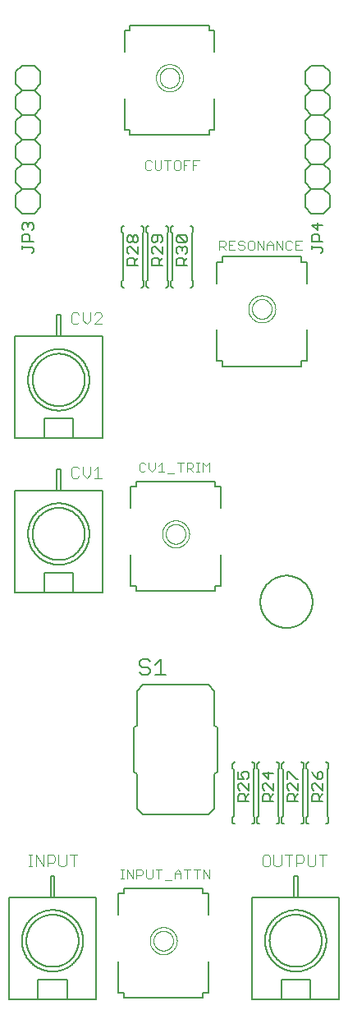
<source format=gto>
G04 EAGLE Gerber RS-274X export*
G75*
%MOMM*%
%FSLAX34Y34*%
%LPD*%
%INSilkscreen Top*%
%IPPOS*%
%AMOC8*
5,1,8,0,0,1.08239X$1,22.5*%
G01*
%ADD10C,0.127000*%
%ADD11C,0.050800*%
%ADD12C,0.203200*%
%ADD13C,0.101600*%
%ADD14C,0.152400*%
%ADD15C,0.177800*%


D10*
X265159Y438150D02*
X265167Y438811D01*
X265191Y439472D01*
X265232Y440132D01*
X265289Y440791D01*
X265362Y441448D01*
X265451Y442103D01*
X265556Y442756D01*
X265677Y443406D01*
X265814Y444053D01*
X265966Y444696D01*
X266135Y445336D01*
X266319Y445971D01*
X266519Y446601D01*
X266734Y447226D01*
X266964Y447846D01*
X267210Y448460D01*
X267470Y449068D01*
X267746Y449669D01*
X268036Y450263D01*
X268340Y450850D01*
X268659Y451429D01*
X268992Y452000D01*
X269339Y452563D01*
X269699Y453118D01*
X270073Y453663D01*
X270461Y454199D01*
X270861Y454725D01*
X271274Y455241D01*
X271700Y455747D01*
X272138Y456242D01*
X272588Y456727D01*
X273050Y457200D01*
X273523Y457662D01*
X274008Y458112D01*
X274503Y458550D01*
X275009Y458976D01*
X275525Y459389D01*
X276051Y459789D01*
X276587Y460177D01*
X277132Y460551D01*
X277687Y460911D01*
X278250Y461258D01*
X278821Y461591D01*
X279400Y461910D01*
X279987Y462214D01*
X280581Y462504D01*
X281182Y462780D01*
X281790Y463040D01*
X282404Y463286D01*
X283024Y463516D01*
X283649Y463731D01*
X284279Y463931D01*
X284914Y464115D01*
X285554Y464284D01*
X286197Y464436D01*
X286844Y464573D01*
X287494Y464694D01*
X288147Y464799D01*
X288802Y464888D01*
X289459Y464961D01*
X290118Y465018D01*
X290778Y465059D01*
X291439Y465083D01*
X292100Y465091D01*
X292761Y465083D01*
X293422Y465059D01*
X294082Y465018D01*
X294741Y464961D01*
X295398Y464888D01*
X296053Y464799D01*
X296706Y464694D01*
X297356Y464573D01*
X298003Y464436D01*
X298646Y464284D01*
X299286Y464115D01*
X299921Y463931D01*
X300551Y463731D01*
X301176Y463516D01*
X301796Y463286D01*
X302410Y463040D01*
X303018Y462780D01*
X303619Y462504D01*
X304213Y462214D01*
X304800Y461910D01*
X305379Y461591D01*
X305950Y461258D01*
X306513Y460911D01*
X307068Y460551D01*
X307613Y460177D01*
X308149Y459789D01*
X308675Y459389D01*
X309191Y458976D01*
X309697Y458550D01*
X310192Y458112D01*
X310677Y457662D01*
X311150Y457200D01*
X311612Y456727D01*
X312062Y456242D01*
X312500Y455747D01*
X312926Y455241D01*
X313339Y454725D01*
X313739Y454199D01*
X314127Y453663D01*
X314501Y453118D01*
X314861Y452563D01*
X315208Y452000D01*
X315541Y451429D01*
X315860Y450850D01*
X316164Y450263D01*
X316454Y449669D01*
X316730Y449068D01*
X316990Y448460D01*
X317236Y447846D01*
X317466Y447226D01*
X317681Y446601D01*
X317881Y445971D01*
X318065Y445336D01*
X318234Y444696D01*
X318386Y444053D01*
X318523Y443406D01*
X318644Y442756D01*
X318749Y442103D01*
X318838Y441448D01*
X318911Y440791D01*
X318968Y440132D01*
X319009Y439472D01*
X319033Y438811D01*
X319041Y438150D01*
X319033Y437489D01*
X319009Y436828D01*
X318968Y436168D01*
X318911Y435509D01*
X318838Y434852D01*
X318749Y434197D01*
X318644Y433544D01*
X318523Y432894D01*
X318386Y432247D01*
X318234Y431604D01*
X318065Y430964D01*
X317881Y430329D01*
X317681Y429699D01*
X317466Y429074D01*
X317236Y428454D01*
X316990Y427840D01*
X316730Y427232D01*
X316454Y426631D01*
X316164Y426037D01*
X315860Y425450D01*
X315541Y424871D01*
X315208Y424300D01*
X314861Y423737D01*
X314501Y423182D01*
X314127Y422637D01*
X313739Y422101D01*
X313339Y421575D01*
X312926Y421059D01*
X312500Y420553D01*
X312062Y420058D01*
X311612Y419573D01*
X311150Y419100D01*
X310677Y418638D01*
X310192Y418188D01*
X309697Y417750D01*
X309191Y417324D01*
X308675Y416911D01*
X308149Y416511D01*
X307613Y416123D01*
X307068Y415749D01*
X306513Y415389D01*
X305950Y415042D01*
X305379Y414709D01*
X304800Y414390D01*
X304213Y414086D01*
X303619Y413796D01*
X303018Y413520D01*
X302410Y413260D01*
X301796Y413014D01*
X301176Y412784D01*
X300551Y412569D01*
X299921Y412369D01*
X299286Y412185D01*
X298646Y412016D01*
X298003Y411864D01*
X297356Y411727D01*
X296706Y411606D01*
X296053Y411501D01*
X295398Y411412D01*
X294741Y411339D01*
X294082Y411282D01*
X293422Y411241D01*
X292761Y411217D01*
X292100Y411209D01*
X291439Y411217D01*
X290778Y411241D01*
X290118Y411282D01*
X289459Y411339D01*
X288802Y411412D01*
X288147Y411501D01*
X287494Y411606D01*
X286844Y411727D01*
X286197Y411864D01*
X285554Y412016D01*
X284914Y412185D01*
X284279Y412369D01*
X283649Y412569D01*
X283024Y412784D01*
X282404Y413014D01*
X281790Y413260D01*
X281182Y413520D01*
X280581Y413796D01*
X279987Y414086D01*
X279400Y414390D01*
X278821Y414709D01*
X278250Y415042D01*
X277687Y415389D01*
X277132Y415749D01*
X276587Y416123D01*
X276051Y416511D01*
X275525Y416911D01*
X275009Y417324D01*
X274503Y417750D01*
X274008Y418188D01*
X273523Y418638D01*
X273050Y419100D01*
X272588Y419573D01*
X272138Y420058D01*
X271700Y420553D01*
X271274Y421059D01*
X270861Y421575D01*
X270461Y422101D01*
X270073Y422637D01*
X269699Y423182D01*
X269339Y423737D01*
X268992Y424300D01*
X268659Y424871D01*
X268340Y425450D01*
X268036Y426037D01*
X267746Y426631D01*
X267470Y427232D01*
X267210Y427840D01*
X266964Y428454D01*
X266734Y429074D01*
X266519Y429699D01*
X266319Y430329D01*
X266135Y430964D01*
X265966Y431604D01*
X265814Y432247D01*
X265677Y432894D01*
X265556Y433544D01*
X265451Y434197D01*
X265362Y434852D01*
X265289Y435509D01*
X265232Y436168D01*
X265191Y436828D01*
X265167Y437489D01*
X265159Y438150D01*
D11*
X163830Y508000D02*
X163834Y508343D01*
X163847Y508685D01*
X163868Y509028D01*
X163897Y509369D01*
X163935Y509710D01*
X163981Y510050D01*
X164036Y510388D01*
X164098Y510725D01*
X164169Y511061D01*
X164249Y511394D01*
X164336Y511726D01*
X164432Y512055D01*
X164535Y512382D01*
X164647Y512706D01*
X164766Y513028D01*
X164893Y513346D01*
X165028Y513661D01*
X165171Y513973D01*
X165322Y514281D01*
X165480Y514585D01*
X165645Y514886D01*
X165818Y515182D01*
X165997Y515474D01*
X166184Y515761D01*
X166378Y516044D01*
X166579Y516322D01*
X166787Y516595D01*
X167001Y516862D01*
X167222Y517125D01*
X167449Y517382D01*
X167682Y517633D01*
X167922Y517878D01*
X168167Y518118D01*
X168418Y518351D01*
X168675Y518578D01*
X168938Y518799D01*
X169205Y519013D01*
X169478Y519221D01*
X169756Y519422D01*
X170039Y519616D01*
X170326Y519803D01*
X170618Y519982D01*
X170914Y520155D01*
X171215Y520320D01*
X171519Y520478D01*
X171827Y520629D01*
X172139Y520772D01*
X172454Y520907D01*
X172772Y521034D01*
X173094Y521153D01*
X173418Y521265D01*
X173745Y521368D01*
X174074Y521464D01*
X174406Y521551D01*
X174739Y521631D01*
X175075Y521702D01*
X175412Y521764D01*
X175750Y521819D01*
X176090Y521865D01*
X176431Y521903D01*
X176772Y521932D01*
X177115Y521953D01*
X177457Y521966D01*
X177800Y521970D01*
X178143Y521966D01*
X178485Y521953D01*
X178828Y521932D01*
X179169Y521903D01*
X179510Y521865D01*
X179850Y521819D01*
X180188Y521764D01*
X180525Y521702D01*
X180861Y521631D01*
X181194Y521551D01*
X181526Y521464D01*
X181855Y521368D01*
X182182Y521265D01*
X182506Y521153D01*
X182828Y521034D01*
X183146Y520907D01*
X183461Y520772D01*
X183773Y520629D01*
X184081Y520478D01*
X184385Y520320D01*
X184686Y520155D01*
X184982Y519982D01*
X185274Y519803D01*
X185561Y519616D01*
X185844Y519422D01*
X186122Y519221D01*
X186395Y519013D01*
X186662Y518799D01*
X186925Y518578D01*
X187182Y518351D01*
X187433Y518118D01*
X187678Y517878D01*
X187918Y517633D01*
X188151Y517382D01*
X188378Y517125D01*
X188599Y516862D01*
X188813Y516595D01*
X189021Y516322D01*
X189222Y516044D01*
X189416Y515761D01*
X189603Y515474D01*
X189782Y515182D01*
X189955Y514886D01*
X190120Y514585D01*
X190278Y514281D01*
X190429Y513973D01*
X190572Y513661D01*
X190707Y513346D01*
X190834Y513028D01*
X190953Y512706D01*
X191065Y512382D01*
X191168Y512055D01*
X191264Y511726D01*
X191351Y511394D01*
X191431Y511061D01*
X191502Y510725D01*
X191564Y510388D01*
X191619Y510050D01*
X191665Y509710D01*
X191703Y509369D01*
X191732Y509028D01*
X191753Y508685D01*
X191766Y508343D01*
X191770Y508000D01*
X191766Y507657D01*
X191753Y507315D01*
X191732Y506972D01*
X191703Y506631D01*
X191665Y506290D01*
X191619Y505950D01*
X191564Y505612D01*
X191502Y505275D01*
X191431Y504939D01*
X191351Y504606D01*
X191264Y504274D01*
X191168Y503945D01*
X191065Y503618D01*
X190953Y503294D01*
X190834Y502972D01*
X190707Y502654D01*
X190572Y502339D01*
X190429Y502027D01*
X190278Y501719D01*
X190120Y501415D01*
X189955Y501114D01*
X189782Y500818D01*
X189603Y500526D01*
X189416Y500239D01*
X189222Y499956D01*
X189021Y499678D01*
X188813Y499405D01*
X188599Y499138D01*
X188378Y498875D01*
X188151Y498618D01*
X187918Y498367D01*
X187678Y498122D01*
X187433Y497882D01*
X187182Y497649D01*
X186925Y497422D01*
X186662Y497201D01*
X186395Y496987D01*
X186122Y496779D01*
X185844Y496578D01*
X185561Y496384D01*
X185274Y496197D01*
X184982Y496018D01*
X184686Y495845D01*
X184385Y495680D01*
X184081Y495522D01*
X183773Y495371D01*
X183461Y495228D01*
X183146Y495093D01*
X182828Y494966D01*
X182506Y494847D01*
X182182Y494735D01*
X181855Y494632D01*
X181526Y494536D01*
X181194Y494449D01*
X180861Y494369D01*
X180525Y494298D01*
X180188Y494236D01*
X179850Y494181D01*
X179510Y494135D01*
X179169Y494097D01*
X178828Y494068D01*
X178485Y494047D01*
X178143Y494034D01*
X177800Y494030D01*
X177457Y494034D01*
X177115Y494047D01*
X176772Y494068D01*
X176431Y494097D01*
X176090Y494135D01*
X175750Y494181D01*
X175412Y494236D01*
X175075Y494298D01*
X174739Y494369D01*
X174406Y494449D01*
X174074Y494536D01*
X173745Y494632D01*
X173418Y494735D01*
X173094Y494847D01*
X172772Y494966D01*
X172454Y495093D01*
X172139Y495228D01*
X171827Y495371D01*
X171519Y495522D01*
X171215Y495680D01*
X170914Y495845D01*
X170618Y496018D01*
X170326Y496197D01*
X170039Y496384D01*
X169756Y496578D01*
X169478Y496779D01*
X169205Y496987D01*
X168938Y497201D01*
X168675Y497422D01*
X168418Y497649D01*
X168167Y497882D01*
X167922Y498122D01*
X167682Y498367D01*
X167449Y498618D01*
X167222Y498875D01*
X167001Y499138D01*
X166787Y499405D01*
X166579Y499678D01*
X166378Y499956D01*
X166184Y500239D01*
X165997Y500526D01*
X165818Y500818D01*
X165645Y501114D01*
X165480Y501415D01*
X165322Y501719D01*
X165171Y502027D01*
X165028Y502339D01*
X164893Y502654D01*
X164766Y502972D01*
X164647Y503294D01*
X164535Y503618D01*
X164432Y503945D01*
X164336Y504274D01*
X164249Y504606D01*
X164169Y504939D01*
X164098Y505275D01*
X164036Y505612D01*
X163981Y505950D01*
X163935Y506290D01*
X163897Y506631D01*
X163868Y506972D01*
X163847Y507315D01*
X163834Y507657D01*
X163830Y508000D01*
X167640Y508000D02*
X167643Y508249D01*
X167652Y508499D01*
X167668Y508747D01*
X167689Y508996D01*
X167716Y509244D01*
X167750Y509491D01*
X167790Y509737D01*
X167835Y509982D01*
X167887Y510226D01*
X167944Y510469D01*
X168008Y510710D01*
X168077Y510949D01*
X168153Y511187D01*
X168234Y511423D01*
X168321Y511657D01*
X168413Y511888D01*
X168512Y512117D01*
X168615Y512344D01*
X168725Y512568D01*
X168840Y512789D01*
X168960Y513008D01*
X169085Y513223D01*
X169216Y513436D01*
X169352Y513645D01*
X169493Y513850D01*
X169639Y514052D01*
X169790Y514251D01*
X169946Y514445D01*
X170107Y514636D01*
X170272Y514823D01*
X170442Y515006D01*
X170616Y515184D01*
X170794Y515358D01*
X170977Y515528D01*
X171164Y515693D01*
X171355Y515854D01*
X171549Y516010D01*
X171748Y516161D01*
X171950Y516307D01*
X172155Y516448D01*
X172364Y516584D01*
X172577Y516715D01*
X172792Y516840D01*
X173011Y516960D01*
X173232Y517075D01*
X173456Y517185D01*
X173683Y517288D01*
X173912Y517387D01*
X174143Y517479D01*
X174377Y517566D01*
X174613Y517647D01*
X174851Y517723D01*
X175090Y517792D01*
X175331Y517856D01*
X175574Y517913D01*
X175818Y517965D01*
X176063Y518010D01*
X176309Y518050D01*
X176556Y518084D01*
X176804Y518111D01*
X177053Y518132D01*
X177301Y518148D01*
X177551Y518157D01*
X177800Y518160D01*
X178049Y518157D01*
X178299Y518148D01*
X178547Y518132D01*
X178796Y518111D01*
X179044Y518084D01*
X179291Y518050D01*
X179537Y518010D01*
X179782Y517965D01*
X180026Y517913D01*
X180269Y517856D01*
X180510Y517792D01*
X180749Y517723D01*
X180987Y517647D01*
X181223Y517566D01*
X181457Y517479D01*
X181688Y517387D01*
X181917Y517288D01*
X182144Y517185D01*
X182368Y517075D01*
X182589Y516960D01*
X182808Y516840D01*
X183023Y516715D01*
X183236Y516584D01*
X183445Y516448D01*
X183650Y516307D01*
X183852Y516161D01*
X184051Y516010D01*
X184245Y515854D01*
X184436Y515693D01*
X184623Y515528D01*
X184806Y515358D01*
X184984Y515184D01*
X185158Y515006D01*
X185328Y514823D01*
X185493Y514636D01*
X185654Y514445D01*
X185810Y514251D01*
X185961Y514052D01*
X186107Y513850D01*
X186248Y513645D01*
X186384Y513436D01*
X186515Y513223D01*
X186640Y513008D01*
X186760Y512789D01*
X186875Y512568D01*
X186985Y512344D01*
X187088Y512117D01*
X187187Y511888D01*
X187279Y511657D01*
X187366Y511423D01*
X187447Y511187D01*
X187523Y510949D01*
X187592Y510710D01*
X187656Y510469D01*
X187713Y510226D01*
X187765Y509982D01*
X187810Y509737D01*
X187850Y509491D01*
X187884Y509244D01*
X187911Y508996D01*
X187932Y508747D01*
X187948Y508499D01*
X187957Y508249D01*
X187960Y508000D01*
X187957Y507751D01*
X187948Y507501D01*
X187932Y507253D01*
X187911Y507004D01*
X187884Y506756D01*
X187850Y506509D01*
X187810Y506263D01*
X187765Y506018D01*
X187713Y505774D01*
X187656Y505531D01*
X187592Y505290D01*
X187523Y505051D01*
X187447Y504813D01*
X187366Y504577D01*
X187279Y504343D01*
X187187Y504112D01*
X187088Y503883D01*
X186985Y503656D01*
X186875Y503432D01*
X186760Y503211D01*
X186640Y502992D01*
X186515Y502777D01*
X186384Y502564D01*
X186248Y502355D01*
X186107Y502150D01*
X185961Y501948D01*
X185810Y501749D01*
X185654Y501555D01*
X185493Y501364D01*
X185328Y501177D01*
X185158Y500994D01*
X184984Y500816D01*
X184806Y500642D01*
X184623Y500472D01*
X184436Y500307D01*
X184245Y500146D01*
X184051Y499990D01*
X183852Y499839D01*
X183650Y499693D01*
X183445Y499552D01*
X183236Y499416D01*
X183023Y499285D01*
X182808Y499160D01*
X182589Y499040D01*
X182368Y498925D01*
X182144Y498815D01*
X181917Y498712D01*
X181688Y498613D01*
X181457Y498521D01*
X181223Y498434D01*
X180987Y498353D01*
X180749Y498277D01*
X180510Y498208D01*
X180269Y498144D01*
X180026Y498087D01*
X179782Y498035D01*
X179537Y497990D01*
X179291Y497950D01*
X179044Y497916D01*
X178796Y497889D01*
X178547Y497868D01*
X178299Y497852D01*
X178049Y497843D01*
X177800Y497840D01*
X177551Y497843D01*
X177301Y497852D01*
X177053Y497868D01*
X176804Y497889D01*
X176556Y497916D01*
X176309Y497950D01*
X176063Y497990D01*
X175818Y498035D01*
X175574Y498087D01*
X175331Y498144D01*
X175090Y498208D01*
X174851Y498277D01*
X174613Y498353D01*
X174377Y498434D01*
X174143Y498521D01*
X173912Y498613D01*
X173683Y498712D01*
X173456Y498815D01*
X173232Y498925D01*
X173011Y499040D01*
X172792Y499160D01*
X172577Y499285D01*
X172364Y499416D01*
X172155Y499552D01*
X171950Y499693D01*
X171748Y499839D01*
X171549Y499990D01*
X171355Y500146D01*
X171164Y500307D01*
X170977Y500472D01*
X170794Y500642D01*
X170616Y500816D01*
X170442Y500994D01*
X170272Y501177D01*
X170107Y501364D01*
X169946Y501555D01*
X169790Y501749D01*
X169639Y501948D01*
X169493Y502150D01*
X169352Y502355D01*
X169216Y502564D01*
X169085Y502777D01*
X168960Y502992D01*
X168840Y503211D01*
X168725Y503432D01*
X168615Y503656D01*
X168512Y503883D01*
X168413Y504112D01*
X168321Y504343D01*
X168234Y504577D01*
X168153Y504813D01*
X168077Y505051D01*
X168008Y505290D01*
X167944Y505531D01*
X167887Y505774D01*
X167835Y506018D01*
X167790Y506263D01*
X167750Y506509D01*
X167716Y506756D01*
X167689Y507004D01*
X167668Y507253D01*
X167652Y507501D01*
X167643Y507751D01*
X167640Y508000D01*
D12*
X136800Y562000D02*
X218800Y562000D01*
X218800Y449000D02*
X136800Y449000D01*
X136800Y556500D02*
X131300Y556500D01*
X136800Y556500D02*
X136800Y562000D01*
X136800Y454500D02*
X136800Y449000D01*
X136800Y454500D02*
X131300Y454500D01*
X218800Y454500D02*
X224300Y454500D01*
X218800Y454500D02*
X218800Y449000D01*
X218800Y556500D02*
X218800Y562000D01*
X218800Y556500D02*
X224300Y556500D01*
X131300Y556500D02*
X131300Y534500D01*
X131300Y486500D02*
X131300Y454500D01*
X224300Y534500D02*
X224300Y556500D01*
X224300Y486500D02*
X224300Y454500D01*
D13*
X146648Y580058D02*
X145038Y581668D01*
X141818Y581668D01*
X140208Y580058D01*
X140208Y573618D01*
X141818Y572008D01*
X145038Y572008D01*
X146648Y573618D01*
X150031Y575228D02*
X150031Y581668D01*
X150031Y575228D02*
X153251Y572008D01*
X156471Y575228D01*
X156471Y581668D01*
X159854Y578448D02*
X163074Y581668D01*
X163074Y572008D01*
X159854Y572008D02*
X166294Y572008D01*
X169677Y570398D02*
X176117Y570398D01*
X182720Y572008D02*
X182720Y581668D01*
X179500Y581668D02*
X185940Y581668D01*
X189323Y581668D02*
X189323Y572008D01*
X189323Y581668D02*
X194153Y581668D01*
X195763Y580058D01*
X195763Y576838D01*
X194153Y575228D01*
X189323Y575228D01*
X192543Y575228D02*
X195763Y572008D01*
X199146Y572008D02*
X202366Y572008D01*
X200756Y572008D02*
X200756Y581668D01*
X199146Y581668D02*
X202366Y581668D01*
X205694Y581668D02*
X205694Y572008D01*
X208914Y578448D02*
X205694Y581668D01*
X208914Y578448D02*
X212134Y581668D01*
X212134Y572008D01*
D10*
X316625Y28900D02*
X346625Y28900D01*
X316625Y28900D02*
X286625Y28900D01*
X256625Y28900D01*
X346625Y28900D02*
X346625Y133900D01*
X299625Y133900D01*
X256625Y133900D01*
X256625Y28900D01*
X270002Y88900D02*
X270012Y89676D01*
X270040Y90452D01*
X270088Y91226D01*
X270154Y92000D01*
X270240Y92771D01*
X270344Y93540D01*
X270468Y94306D01*
X270610Y95069D01*
X270770Y95829D01*
X270950Y96584D01*
X271148Y97334D01*
X271364Y98080D01*
X271598Y98820D01*
X271851Y99553D01*
X272121Y100281D01*
X272409Y101002D01*
X272715Y101715D01*
X273038Y102421D01*
X273379Y103118D01*
X273736Y103807D01*
X274110Y104487D01*
X274501Y105157D01*
X274908Y105818D01*
X275331Y106469D01*
X275771Y107109D01*
X276225Y107738D01*
X276695Y108355D01*
X277180Y108961D01*
X277680Y109555D01*
X278194Y110137D01*
X278722Y110705D01*
X279264Y111261D01*
X279820Y111803D01*
X280388Y112331D01*
X280970Y112845D01*
X281564Y113345D01*
X282170Y113830D01*
X282787Y114300D01*
X283416Y114754D01*
X284056Y115194D01*
X284707Y115617D01*
X285368Y116024D01*
X286038Y116415D01*
X286718Y116789D01*
X287407Y117146D01*
X288104Y117487D01*
X288810Y117810D01*
X289523Y118116D01*
X290244Y118404D01*
X290972Y118674D01*
X291705Y118927D01*
X292445Y119161D01*
X293191Y119377D01*
X293941Y119575D01*
X294696Y119755D01*
X295456Y119915D01*
X296219Y120057D01*
X296985Y120181D01*
X297754Y120285D01*
X298525Y120371D01*
X299299Y120437D01*
X300073Y120485D01*
X300849Y120513D01*
X301625Y120523D01*
X302401Y120513D01*
X303177Y120485D01*
X303951Y120437D01*
X304725Y120371D01*
X305496Y120285D01*
X306265Y120181D01*
X307031Y120057D01*
X307794Y119915D01*
X308554Y119755D01*
X309309Y119575D01*
X310059Y119377D01*
X310805Y119161D01*
X311545Y118927D01*
X312278Y118674D01*
X313006Y118404D01*
X313727Y118116D01*
X314440Y117810D01*
X315146Y117487D01*
X315843Y117146D01*
X316532Y116789D01*
X317212Y116415D01*
X317882Y116024D01*
X318543Y115617D01*
X319194Y115194D01*
X319834Y114754D01*
X320463Y114300D01*
X321080Y113830D01*
X321686Y113345D01*
X322280Y112845D01*
X322862Y112331D01*
X323430Y111803D01*
X323986Y111261D01*
X324528Y110705D01*
X325056Y110137D01*
X325570Y109555D01*
X326070Y108961D01*
X326555Y108355D01*
X327025Y107738D01*
X327479Y107109D01*
X327919Y106469D01*
X328342Y105818D01*
X328749Y105157D01*
X329140Y104487D01*
X329514Y103807D01*
X329871Y103118D01*
X330212Y102421D01*
X330535Y101715D01*
X330841Y101002D01*
X331129Y100281D01*
X331399Y99553D01*
X331652Y98820D01*
X331886Y98080D01*
X332102Y97334D01*
X332300Y96584D01*
X332480Y95829D01*
X332640Y95069D01*
X332782Y94306D01*
X332906Y93540D01*
X333010Y92771D01*
X333096Y92000D01*
X333162Y91226D01*
X333210Y90452D01*
X333238Y89676D01*
X333248Y88900D01*
X333238Y88124D01*
X333210Y87348D01*
X333162Y86574D01*
X333096Y85800D01*
X333010Y85029D01*
X332906Y84260D01*
X332782Y83494D01*
X332640Y82731D01*
X332480Y81971D01*
X332300Y81216D01*
X332102Y80466D01*
X331886Y79720D01*
X331652Y78980D01*
X331399Y78247D01*
X331129Y77519D01*
X330841Y76798D01*
X330535Y76085D01*
X330212Y75379D01*
X329871Y74682D01*
X329514Y73993D01*
X329140Y73313D01*
X328749Y72643D01*
X328342Y71982D01*
X327919Y71331D01*
X327479Y70691D01*
X327025Y70062D01*
X326555Y69445D01*
X326070Y68839D01*
X325570Y68245D01*
X325056Y67663D01*
X324528Y67095D01*
X323986Y66539D01*
X323430Y65997D01*
X322862Y65469D01*
X322280Y64955D01*
X321686Y64455D01*
X321080Y63970D01*
X320463Y63500D01*
X319834Y63046D01*
X319194Y62606D01*
X318543Y62183D01*
X317882Y61776D01*
X317212Y61385D01*
X316532Y61011D01*
X315843Y60654D01*
X315146Y60313D01*
X314440Y59990D01*
X313727Y59684D01*
X313006Y59396D01*
X312278Y59126D01*
X311545Y58873D01*
X310805Y58639D01*
X310059Y58423D01*
X309309Y58225D01*
X308554Y58045D01*
X307794Y57885D01*
X307031Y57743D01*
X306265Y57619D01*
X305496Y57515D01*
X304725Y57429D01*
X303951Y57363D01*
X303177Y57315D01*
X302401Y57287D01*
X301625Y57277D01*
X300849Y57287D01*
X300073Y57315D01*
X299299Y57363D01*
X298525Y57429D01*
X297754Y57515D01*
X296985Y57619D01*
X296219Y57743D01*
X295456Y57885D01*
X294696Y58045D01*
X293941Y58225D01*
X293191Y58423D01*
X292445Y58639D01*
X291705Y58873D01*
X290972Y59126D01*
X290244Y59396D01*
X289523Y59684D01*
X288810Y59990D01*
X288104Y60313D01*
X287407Y60654D01*
X286718Y61011D01*
X286038Y61385D01*
X285368Y61776D01*
X284707Y62183D01*
X284056Y62606D01*
X283416Y63046D01*
X282787Y63500D01*
X282170Y63970D01*
X281564Y64455D01*
X280970Y64955D01*
X280388Y65469D01*
X279820Y65997D01*
X279264Y66539D01*
X278722Y67095D01*
X278194Y67663D01*
X277680Y68245D01*
X277180Y68839D01*
X276695Y69445D01*
X276225Y70062D01*
X275771Y70691D01*
X275331Y71331D01*
X274908Y71982D01*
X274501Y72643D01*
X274110Y73313D01*
X273736Y73993D01*
X273379Y74682D01*
X273038Y75379D01*
X272715Y76085D01*
X272409Y76798D01*
X272121Y77519D01*
X271851Y78247D01*
X271598Y78980D01*
X271364Y79720D01*
X271148Y80466D01*
X270950Y81216D01*
X270770Y81971D01*
X270610Y82731D01*
X270468Y83494D01*
X270344Y84260D01*
X270240Y85029D01*
X270154Y85800D01*
X270088Y86574D01*
X270040Y87348D01*
X270012Y88124D01*
X270002Y88900D01*
X316625Y48900D02*
X316625Y28900D01*
X316625Y48900D02*
X286625Y48900D01*
X286625Y28900D01*
X274718Y88900D02*
X274726Y89560D01*
X274750Y90220D01*
X274791Y90879D01*
X274848Y91537D01*
X274920Y92194D01*
X275009Y92848D01*
X275114Y93500D01*
X275235Y94149D01*
X275372Y94795D01*
X275524Y95438D01*
X275693Y96076D01*
X275877Y96711D01*
X276076Y97340D01*
X276291Y97965D01*
X276521Y98584D01*
X276766Y99197D01*
X277026Y99804D01*
X277301Y100404D01*
X277591Y100998D01*
X277895Y101584D01*
X278214Y102162D01*
X278546Y102733D01*
X278893Y103295D01*
X279253Y103849D01*
X279626Y104393D01*
X280013Y104928D01*
X280413Y105454D01*
X280826Y105970D01*
X281251Y106475D01*
X281688Y106970D01*
X282138Y107453D01*
X282599Y107926D01*
X283072Y108387D01*
X283555Y108837D01*
X284050Y109274D01*
X284555Y109699D01*
X285071Y110112D01*
X285597Y110512D01*
X286132Y110899D01*
X286676Y111272D01*
X287230Y111632D01*
X287792Y111979D01*
X288363Y112311D01*
X288941Y112630D01*
X289527Y112934D01*
X290121Y113224D01*
X290721Y113499D01*
X291328Y113759D01*
X291941Y114004D01*
X292560Y114234D01*
X293185Y114449D01*
X293814Y114648D01*
X294449Y114832D01*
X295087Y115001D01*
X295730Y115153D01*
X296376Y115290D01*
X297025Y115411D01*
X297677Y115516D01*
X298331Y115605D01*
X298988Y115677D01*
X299646Y115734D01*
X300305Y115775D01*
X300965Y115799D01*
X301625Y115807D01*
X302285Y115799D01*
X302945Y115775D01*
X303604Y115734D01*
X304262Y115677D01*
X304919Y115605D01*
X305573Y115516D01*
X306225Y115411D01*
X306874Y115290D01*
X307520Y115153D01*
X308163Y115001D01*
X308801Y114832D01*
X309436Y114648D01*
X310065Y114449D01*
X310690Y114234D01*
X311309Y114004D01*
X311922Y113759D01*
X312529Y113499D01*
X313129Y113224D01*
X313723Y112934D01*
X314309Y112630D01*
X314887Y112311D01*
X315458Y111979D01*
X316020Y111632D01*
X316574Y111272D01*
X317118Y110899D01*
X317653Y110512D01*
X318179Y110112D01*
X318695Y109699D01*
X319200Y109274D01*
X319695Y108837D01*
X320178Y108387D01*
X320651Y107926D01*
X321112Y107453D01*
X321562Y106970D01*
X321999Y106475D01*
X322424Y105970D01*
X322837Y105454D01*
X323237Y104928D01*
X323624Y104393D01*
X323997Y103849D01*
X324357Y103295D01*
X324704Y102733D01*
X325036Y102162D01*
X325355Y101584D01*
X325659Y100998D01*
X325949Y100404D01*
X326224Y99804D01*
X326484Y99197D01*
X326729Y98584D01*
X326959Y97965D01*
X327174Y97340D01*
X327373Y96711D01*
X327557Y96076D01*
X327726Y95438D01*
X327878Y94795D01*
X328015Y94149D01*
X328136Y93500D01*
X328241Y92848D01*
X328330Y92194D01*
X328402Y91537D01*
X328459Y90879D01*
X328500Y90220D01*
X328524Y89560D01*
X328532Y88900D01*
X328524Y88240D01*
X328500Y87580D01*
X328459Y86921D01*
X328402Y86263D01*
X328330Y85606D01*
X328241Y84952D01*
X328136Y84300D01*
X328015Y83651D01*
X327878Y83005D01*
X327726Y82362D01*
X327557Y81724D01*
X327373Y81089D01*
X327174Y80460D01*
X326959Y79835D01*
X326729Y79216D01*
X326484Y78603D01*
X326224Y77996D01*
X325949Y77396D01*
X325659Y76802D01*
X325355Y76216D01*
X325036Y75638D01*
X324704Y75067D01*
X324357Y74505D01*
X323997Y73951D01*
X323624Y73407D01*
X323237Y72872D01*
X322837Y72346D01*
X322424Y71830D01*
X321999Y71325D01*
X321562Y70830D01*
X321112Y70347D01*
X320651Y69874D01*
X320178Y69413D01*
X319695Y68963D01*
X319200Y68526D01*
X318695Y68101D01*
X318179Y67688D01*
X317653Y67288D01*
X317118Y66901D01*
X316574Y66528D01*
X316020Y66168D01*
X315458Y65821D01*
X314887Y65489D01*
X314309Y65170D01*
X313723Y64866D01*
X313129Y64576D01*
X312529Y64301D01*
X311922Y64041D01*
X311309Y63796D01*
X310690Y63566D01*
X310065Y63351D01*
X309436Y63152D01*
X308801Y62968D01*
X308163Y62799D01*
X307520Y62647D01*
X306874Y62510D01*
X306225Y62389D01*
X305573Y62284D01*
X304919Y62195D01*
X304262Y62123D01*
X303604Y62066D01*
X302945Y62025D01*
X302285Y62001D01*
X301625Y61993D01*
X300965Y62001D01*
X300305Y62025D01*
X299646Y62066D01*
X298988Y62123D01*
X298331Y62195D01*
X297677Y62284D01*
X297025Y62389D01*
X296376Y62510D01*
X295730Y62647D01*
X295087Y62799D01*
X294449Y62968D01*
X293814Y63152D01*
X293185Y63351D01*
X292560Y63566D01*
X291941Y63796D01*
X291328Y64041D01*
X290721Y64301D01*
X290121Y64576D01*
X289527Y64866D01*
X288941Y65170D01*
X288363Y65489D01*
X287792Y65821D01*
X287230Y66168D01*
X286676Y66528D01*
X286132Y66901D01*
X285597Y67288D01*
X285071Y67688D01*
X284555Y68101D01*
X284050Y68526D01*
X283555Y68963D01*
X283072Y69413D01*
X282599Y69874D01*
X282138Y70347D01*
X281688Y70830D01*
X281251Y71325D01*
X280826Y71830D01*
X280413Y72346D01*
X280013Y72872D01*
X279626Y73407D01*
X279253Y73951D01*
X278893Y74505D01*
X278546Y75067D01*
X278214Y75638D01*
X277895Y76216D01*
X277591Y76802D01*
X277301Y77396D01*
X277026Y77996D01*
X276766Y78603D01*
X276521Y79216D01*
X276291Y79835D01*
X276076Y80460D01*
X275877Y81089D01*
X275693Y81724D01*
X275524Y82362D01*
X275372Y83005D01*
X275235Y83651D01*
X275114Y84300D01*
X275009Y84952D01*
X274920Y85606D01*
X274848Y86263D01*
X274791Y86921D01*
X274750Y87580D01*
X274726Y88240D01*
X274718Y88900D01*
X303625Y134900D02*
X303625Y155900D01*
X299625Y155900D01*
X299625Y133900D01*
D13*
X273055Y177302D02*
X269157Y177302D01*
X267208Y175353D01*
X267208Y167557D01*
X269157Y165608D01*
X273055Y165608D01*
X275004Y167557D01*
X275004Y175353D01*
X273055Y177302D01*
X278902Y177302D02*
X278902Y167557D01*
X280851Y165608D01*
X284749Y165608D01*
X286698Y167557D01*
X286698Y177302D01*
X294494Y177302D02*
X294494Y165608D01*
X290596Y177302D02*
X298392Y177302D01*
X302290Y177302D02*
X302290Y165608D01*
X302290Y177302D02*
X308137Y177302D01*
X310086Y175353D01*
X310086Y171455D01*
X308137Y169506D01*
X302290Y169506D01*
X313984Y167557D02*
X313984Y177302D01*
X313984Y167557D02*
X315933Y165608D01*
X319831Y165608D01*
X321780Y167557D01*
X321780Y177302D01*
X329576Y177302D02*
X329576Y165608D01*
X325678Y177302D02*
X333474Y177302D01*
D10*
X95800Y28900D02*
X65800Y28900D01*
X35800Y28900D01*
X5800Y28900D01*
X95800Y28900D02*
X95800Y133900D01*
X48800Y133900D01*
X5800Y133900D01*
X5800Y28900D01*
X19177Y88900D02*
X19187Y89676D01*
X19215Y90452D01*
X19263Y91226D01*
X19329Y92000D01*
X19415Y92771D01*
X19519Y93540D01*
X19643Y94306D01*
X19785Y95069D01*
X19945Y95829D01*
X20125Y96584D01*
X20323Y97334D01*
X20539Y98080D01*
X20773Y98820D01*
X21026Y99553D01*
X21296Y100281D01*
X21584Y101002D01*
X21890Y101715D01*
X22213Y102421D01*
X22554Y103118D01*
X22911Y103807D01*
X23285Y104487D01*
X23676Y105157D01*
X24083Y105818D01*
X24506Y106469D01*
X24946Y107109D01*
X25400Y107738D01*
X25870Y108355D01*
X26355Y108961D01*
X26855Y109555D01*
X27369Y110137D01*
X27897Y110705D01*
X28439Y111261D01*
X28995Y111803D01*
X29563Y112331D01*
X30145Y112845D01*
X30739Y113345D01*
X31345Y113830D01*
X31962Y114300D01*
X32591Y114754D01*
X33231Y115194D01*
X33882Y115617D01*
X34543Y116024D01*
X35213Y116415D01*
X35893Y116789D01*
X36582Y117146D01*
X37279Y117487D01*
X37985Y117810D01*
X38698Y118116D01*
X39419Y118404D01*
X40147Y118674D01*
X40880Y118927D01*
X41620Y119161D01*
X42366Y119377D01*
X43116Y119575D01*
X43871Y119755D01*
X44631Y119915D01*
X45394Y120057D01*
X46160Y120181D01*
X46929Y120285D01*
X47700Y120371D01*
X48474Y120437D01*
X49248Y120485D01*
X50024Y120513D01*
X50800Y120523D01*
X51576Y120513D01*
X52352Y120485D01*
X53126Y120437D01*
X53900Y120371D01*
X54671Y120285D01*
X55440Y120181D01*
X56206Y120057D01*
X56969Y119915D01*
X57729Y119755D01*
X58484Y119575D01*
X59234Y119377D01*
X59980Y119161D01*
X60720Y118927D01*
X61453Y118674D01*
X62181Y118404D01*
X62902Y118116D01*
X63615Y117810D01*
X64321Y117487D01*
X65018Y117146D01*
X65707Y116789D01*
X66387Y116415D01*
X67057Y116024D01*
X67718Y115617D01*
X68369Y115194D01*
X69009Y114754D01*
X69638Y114300D01*
X70255Y113830D01*
X70861Y113345D01*
X71455Y112845D01*
X72037Y112331D01*
X72605Y111803D01*
X73161Y111261D01*
X73703Y110705D01*
X74231Y110137D01*
X74745Y109555D01*
X75245Y108961D01*
X75730Y108355D01*
X76200Y107738D01*
X76654Y107109D01*
X77094Y106469D01*
X77517Y105818D01*
X77924Y105157D01*
X78315Y104487D01*
X78689Y103807D01*
X79046Y103118D01*
X79387Y102421D01*
X79710Y101715D01*
X80016Y101002D01*
X80304Y100281D01*
X80574Y99553D01*
X80827Y98820D01*
X81061Y98080D01*
X81277Y97334D01*
X81475Y96584D01*
X81655Y95829D01*
X81815Y95069D01*
X81957Y94306D01*
X82081Y93540D01*
X82185Y92771D01*
X82271Y92000D01*
X82337Y91226D01*
X82385Y90452D01*
X82413Y89676D01*
X82423Y88900D01*
X82413Y88124D01*
X82385Y87348D01*
X82337Y86574D01*
X82271Y85800D01*
X82185Y85029D01*
X82081Y84260D01*
X81957Y83494D01*
X81815Y82731D01*
X81655Y81971D01*
X81475Y81216D01*
X81277Y80466D01*
X81061Y79720D01*
X80827Y78980D01*
X80574Y78247D01*
X80304Y77519D01*
X80016Y76798D01*
X79710Y76085D01*
X79387Y75379D01*
X79046Y74682D01*
X78689Y73993D01*
X78315Y73313D01*
X77924Y72643D01*
X77517Y71982D01*
X77094Y71331D01*
X76654Y70691D01*
X76200Y70062D01*
X75730Y69445D01*
X75245Y68839D01*
X74745Y68245D01*
X74231Y67663D01*
X73703Y67095D01*
X73161Y66539D01*
X72605Y65997D01*
X72037Y65469D01*
X71455Y64955D01*
X70861Y64455D01*
X70255Y63970D01*
X69638Y63500D01*
X69009Y63046D01*
X68369Y62606D01*
X67718Y62183D01*
X67057Y61776D01*
X66387Y61385D01*
X65707Y61011D01*
X65018Y60654D01*
X64321Y60313D01*
X63615Y59990D01*
X62902Y59684D01*
X62181Y59396D01*
X61453Y59126D01*
X60720Y58873D01*
X59980Y58639D01*
X59234Y58423D01*
X58484Y58225D01*
X57729Y58045D01*
X56969Y57885D01*
X56206Y57743D01*
X55440Y57619D01*
X54671Y57515D01*
X53900Y57429D01*
X53126Y57363D01*
X52352Y57315D01*
X51576Y57287D01*
X50800Y57277D01*
X50024Y57287D01*
X49248Y57315D01*
X48474Y57363D01*
X47700Y57429D01*
X46929Y57515D01*
X46160Y57619D01*
X45394Y57743D01*
X44631Y57885D01*
X43871Y58045D01*
X43116Y58225D01*
X42366Y58423D01*
X41620Y58639D01*
X40880Y58873D01*
X40147Y59126D01*
X39419Y59396D01*
X38698Y59684D01*
X37985Y59990D01*
X37279Y60313D01*
X36582Y60654D01*
X35893Y61011D01*
X35213Y61385D01*
X34543Y61776D01*
X33882Y62183D01*
X33231Y62606D01*
X32591Y63046D01*
X31962Y63500D01*
X31345Y63970D01*
X30739Y64455D01*
X30145Y64955D01*
X29563Y65469D01*
X28995Y65997D01*
X28439Y66539D01*
X27897Y67095D01*
X27369Y67663D01*
X26855Y68245D01*
X26355Y68839D01*
X25870Y69445D01*
X25400Y70062D01*
X24946Y70691D01*
X24506Y71331D01*
X24083Y71982D01*
X23676Y72643D01*
X23285Y73313D01*
X22911Y73993D01*
X22554Y74682D01*
X22213Y75379D01*
X21890Y76085D01*
X21584Y76798D01*
X21296Y77519D01*
X21026Y78247D01*
X20773Y78980D01*
X20539Y79720D01*
X20323Y80466D01*
X20125Y81216D01*
X19945Y81971D01*
X19785Y82731D01*
X19643Y83494D01*
X19519Y84260D01*
X19415Y85029D01*
X19329Y85800D01*
X19263Y86574D01*
X19215Y87348D01*
X19187Y88124D01*
X19177Y88900D01*
X65800Y48900D02*
X65800Y28900D01*
X65800Y48900D02*
X35800Y48900D01*
X35800Y28900D01*
X23893Y88900D02*
X23901Y89560D01*
X23925Y90220D01*
X23966Y90879D01*
X24023Y91537D01*
X24095Y92194D01*
X24184Y92848D01*
X24289Y93500D01*
X24410Y94149D01*
X24547Y94795D01*
X24699Y95438D01*
X24868Y96076D01*
X25052Y96711D01*
X25251Y97340D01*
X25466Y97965D01*
X25696Y98584D01*
X25941Y99197D01*
X26201Y99804D01*
X26476Y100404D01*
X26766Y100998D01*
X27070Y101584D01*
X27389Y102162D01*
X27721Y102733D01*
X28068Y103295D01*
X28428Y103849D01*
X28801Y104393D01*
X29188Y104928D01*
X29588Y105454D01*
X30001Y105970D01*
X30426Y106475D01*
X30863Y106970D01*
X31313Y107453D01*
X31774Y107926D01*
X32247Y108387D01*
X32730Y108837D01*
X33225Y109274D01*
X33730Y109699D01*
X34246Y110112D01*
X34772Y110512D01*
X35307Y110899D01*
X35851Y111272D01*
X36405Y111632D01*
X36967Y111979D01*
X37538Y112311D01*
X38116Y112630D01*
X38702Y112934D01*
X39296Y113224D01*
X39896Y113499D01*
X40503Y113759D01*
X41116Y114004D01*
X41735Y114234D01*
X42360Y114449D01*
X42989Y114648D01*
X43624Y114832D01*
X44262Y115001D01*
X44905Y115153D01*
X45551Y115290D01*
X46200Y115411D01*
X46852Y115516D01*
X47506Y115605D01*
X48163Y115677D01*
X48821Y115734D01*
X49480Y115775D01*
X50140Y115799D01*
X50800Y115807D01*
X51460Y115799D01*
X52120Y115775D01*
X52779Y115734D01*
X53437Y115677D01*
X54094Y115605D01*
X54748Y115516D01*
X55400Y115411D01*
X56049Y115290D01*
X56695Y115153D01*
X57338Y115001D01*
X57976Y114832D01*
X58611Y114648D01*
X59240Y114449D01*
X59865Y114234D01*
X60484Y114004D01*
X61097Y113759D01*
X61704Y113499D01*
X62304Y113224D01*
X62898Y112934D01*
X63484Y112630D01*
X64062Y112311D01*
X64633Y111979D01*
X65195Y111632D01*
X65749Y111272D01*
X66293Y110899D01*
X66828Y110512D01*
X67354Y110112D01*
X67870Y109699D01*
X68375Y109274D01*
X68870Y108837D01*
X69353Y108387D01*
X69826Y107926D01*
X70287Y107453D01*
X70737Y106970D01*
X71174Y106475D01*
X71599Y105970D01*
X72012Y105454D01*
X72412Y104928D01*
X72799Y104393D01*
X73172Y103849D01*
X73532Y103295D01*
X73879Y102733D01*
X74211Y102162D01*
X74530Y101584D01*
X74834Y100998D01*
X75124Y100404D01*
X75399Y99804D01*
X75659Y99197D01*
X75904Y98584D01*
X76134Y97965D01*
X76349Y97340D01*
X76548Y96711D01*
X76732Y96076D01*
X76901Y95438D01*
X77053Y94795D01*
X77190Y94149D01*
X77311Y93500D01*
X77416Y92848D01*
X77505Y92194D01*
X77577Y91537D01*
X77634Y90879D01*
X77675Y90220D01*
X77699Y89560D01*
X77707Y88900D01*
X77699Y88240D01*
X77675Y87580D01*
X77634Y86921D01*
X77577Y86263D01*
X77505Y85606D01*
X77416Y84952D01*
X77311Y84300D01*
X77190Y83651D01*
X77053Y83005D01*
X76901Y82362D01*
X76732Y81724D01*
X76548Y81089D01*
X76349Y80460D01*
X76134Y79835D01*
X75904Y79216D01*
X75659Y78603D01*
X75399Y77996D01*
X75124Y77396D01*
X74834Y76802D01*
X74530Y76216D01*
X74211Y75638D01*
X73879Y75067D01*
X73532Y74505D01*
X73172Y73951D01*
X72799Y73407D01*
X72412Y72872D01*
X72012Y72346D01*
X71599Y71830D01*
X71174Y71325D01*
X70737Y70830D01*
X70287Y70347D01*
X69826Y69874D01*
X69353Y69413D01*
X68870Y68963D01*
X68375Y68526D01*
X67870Y68101D01*
X67354Y67688D01*
X66828Y67288D01*
X66293Y66901D01*
X65749Y66528D01*
X65195Y66168D01*
X64633Y65821D01*
X64062Y65489D01*
X63484Y65170D01*
X62898Y64866D01*
X62304Y64576D01*
X61704Y64301D01*
X61097Y64041D01*
X60484Y63796D01*
X59865Y63566D01*
X59240Y63351D01*
X58611Y63152D01*
X57976Y62968D01*
X57338Y62799D01*
X56695Y62647D01*
X56049Y62510D01*
X55400Y62389D01*
X54748Y62284D01*
X54094Y62195D01*
X53437Y62123D01*
X52779Y62066D01*
X52120Y62025D01*
X51460Y62001D01*
X50800Y61993D01*
X50140Y62001D01*
X49480Y62025D01*
X48821Y62066D01*
X48163Y62123D01*
X47506Y62195D01*
X46852Y62284D01*
X46200Y62389D01*
X45551Y62510D01*
X44905Y62647D01*
X44262Y62799D01*
X43624Y62968D01*
X42989Y63152D01*
X42360Y63351D01*
X41735Y63566D01*
X41116Y63796D01*
X40503Y64041D01*
X39896Y64301D01*
X39296Y64576D01*
X38702Y64866D01*
X38116Y65170D01*
X37538Y65489D01*
X36967Y65821D01*
X36405Y66168D01*
X35851Y66528D01*
X35307Y66901D01*
X34772Y67288D01*
X34246Y67688D01*
X33730Y68101D01*
X33225Y68526D01*
X32730Y68963D01*
X32247Y69413D01*
X31774Y69874D01*
X31313Y70347D01*
X30863Y70830D01*
X30426Y71325D01*
X30001Y71830D01*
X29588Y72346D01*
X29188Y72872D01*
X28801Y73407D01*
X28428Y73951D01*
X28068Y74505D01*
X27721Y75067D01*
X27389Y75638D01*
X27070Y76216D01*
X26766Y76802D01*
X26476Y77396D01*
X26201Y77996D01*
X25941Y78603D01*
X25696Y79216D01*
X25466Y79835D01*
X25251Y80460D01*
X25052Y81089D01*
X24868Y81724D01*
X24699Y82362D01*
X24547Y83005D01*
X24410Y83651D01*
X24289Y84300D01*
X24184Y84952D01*
X24095Y85606D01*
X24023Y86263D01*
X23966Y86921D01*
X23925Y87580D01*
X23901Y88240D01*
X23893Y88900D01*
X52800Y134900D02*
X52800Y155900D01*
X48800Y155900D01*
X48800Y133900D01*
D13*
X29806Y165608D02*
X25908Y165608D01*
X27857Y165608D02*
X27857Y177302D01*
X25908Y177302D02*
X29806Y177302D01*
X33704Y177302D02*
X33704Y165608D01*
X41500Y165608D02*
X33704Y177302D01*
X41500Y177302D02*
X41500Y165608D01*
X45398Y165608D02*
X45398Y177302D01*
X51245Y177302D01*
X53194Y175353D01*
X53194Y171455D01*
X51245Y169506D01*
X45398Y169506D01*
X57092Y167557D02*
X57092Y177302D01*
X57092Y167557D02*
X59041Y165608D01*
X62939Y165608D01*
X64888Y167557D01*
X64888Y177302D01*
X72684Y177302D02*
X72684Y165608D01*
X68786Y177302D02*
X76582Y177302D01*
D10*
X72150Y606750D02*
X102150Y606750D01*
X72150Y606750D02*
X42150Y606750D01*
X12150Y606750D01*
X102150Y606750D02*
X102150Y711750D01*
X55150Y711750D01*
X12150Y711750D01*
X12150Y606750D01*
X25527Y666750D02*
X25537Y667526D01*
X25565Y668302D01*
X25613Y669076D01*
X25679Y669850D01*
X25765Y670621D01*
X25869Y671390D01*
X25993Y672156D01*
X26135Y672919D01*
X26295Y673679D01*
X26475Y674434D01*
X26673Y675184D01*
X26889Y675930D01*
X27123Y676670D01*
X27376Y677403D01*
X27646Y678131D01*
X27934Y678852D01*
X28240Y679565D01*
X28563Y680271D01*
X28904Y680968D01*
X29261Y681657D01*
X29635Y682337D01*
X30026Y683007D01*
X30433Y683668D01*
X30856Y684319D01*
X31296Y684959D01*
X31750Y685588D01*
X32220Y686205D01*
X32705Y686811D01*
X33205Y687405D01*
X33719Y687987D01*
X34247Y688555D01*
X34789Y689111D01*
X35345Y689653D01*
X35913Y690181D01*
X36495Y690695D01*
X37089Y691195D01*
X37695Y691680D01*
X38312Y692150D01*
X38941Y692604D01*
X39581Y693044D01*
X40232Y693467D01*
X40893Y693874D01*
X41563Y694265D01*
X42243Y694639D01*
X42932Y694996D01*
X43629Y695337D01*
X44335Y695660D01*
X45048Y695966D01*
X45769Y696254D01*
X46497Y696524D01*
X47230Y696777D01*
X47970Y697011D01*
X48716Y697227D01*
X49466Y697425D01*
X50221Y697605D01*
X50981Y697765D01*
X51744Y697907D01*
X52510Y698031D01*
X53279Y698135D01*
X54050Y698221D01*
X54824Y698287D01*
X55598Y698335D01*
X56374Y698363D01*
X57150Y698373D01*
X57926Y698363D01*
X58702Y698335D01*
X59476Y698287D01*
X60250Y698221D01*
X61021Y698135D01*
X61790Y698031D01*
X62556Y697907D01*
X63319Y697765D01*
X64079Y697605D01*
X64834Y697425D01*
X65584Y697227D01*
X66330Y697011D01*
X67070Y696777D01*
X67803Y696524D01*
X68531Y696254D01*
X69252Y695966D01*
X69965Y695660D01*
X70671Y695337D01*
X71368Y694996D01*
X72057Y694639D01*
X72737Y694265D01*
X73407Y693874D01*
X74068Y693467D01*
X74719Y693044D01*
X75359Y692604D01*
X75988Y692150D01*
X76605Y691680D01*
X77211Y691195D01*
X77805Y690695D01*
X78387Y690181D01*
X78955Y689653D01*
X79511Y689111D01*
X80053Y688555D01*
X80581Y687987D01*
X81095Y687405D01*
X81595Y686811D01*
X82080Y686205D01*
X82550Y685588D01*
X83004Y684959D01*
X83444Y684319D01*
X83867Y683668D01*
X84274Y683007D01*
X84665Y682337D01*
X85039Y681657D01*
X85396Y680968D01*
X85737Y680271D01*
X86060Y679565D01*
X86366Y678852D01*
X86654Y678131D01*
X86924Y677403D01*
X87177Y676670D01*
X87411Y675930D01*
X87627Y675184D01*
X87825Y674434D01*
X88005Y673679D01*
X88165Y672919D01*
X88307Y672156D01*
X88431Y671390D01*
X88535Y670621D01*
X88621Y669850D01*
X88687Y669076D01*
X88735Y668302D01*
X88763Y667526D01*
X88773Y666750D01*
X88763Y665974D01*
X88735Y665198D01*
X88687Y664424D01*
X88621Y663650D01*
X88535Y662879D01*
X88431Y662110D01*
X88307Y661344D01*
X88165Y660581D01*
X88005Y659821D01*
X87825Y659066D01*
X87627Y658316D01*
X87411Y657570D01*
X87177Y656830D01*
X86924Y656097D01*
X86654Y655369D01*
X86366Y654648D01*
X86060Y653935D01*
X85737Y653229D01*
X85396Y652532D01*
X85039Y651843D01*
X84665Y651163D01*
X84274Y650493D01*
X83867Y649832D01*
X83444Y649181D01*
X83004Y648541D01*
X82550Y647912D01*
X82080Y647295D01*
X81595Y646689D01*
X81095Y646095D01*
X80581Y645513D01*
X80053Y644945D01*
X79511Y644389D01*
X78955Y643847D01*
X78387Y643319D01*
X77805Y642805D01*
X77211Y642305D01*
X76605Y641820D01*
X75988Y641350D01*
X75359Y640896D01*
X74719Y640456D01*
X74068Y640033D01*
X73407Y639626D01*
X72737Y639235D01*
X72057Y638861D01*
X71368Y638504D01*
X70671Y638163D01*
X69965Y637840D01*
X69252Y637534D01*
X68531Y637246D01*
X67803Y636976D01*
X67070Y636723D01*
X66330Y636489D01*
X65584Y636273D01*
X64834Y636075D01*
X64079Y635895D01*
X63319Y635735D01*
X62556Y635593D01*
X61790Y635469D01*
X61021Y635365D01*
X60250Y635279D01*
X59476Y635213D01*
X58702Y635165D01*
X57926Y635137D01*
X57150Y635127D01*
X56374Y635137D01*
X55598Y635165D01*
X54824Y635213D01*
X54050Y635279D01*
X53279Y635365D01*
X52510Y635469D01*
X51744Y635593D01*
X50981Y635735D01*
X50221Y635895D01*
X49466Y636075D01*
X48716Y636273D01*
X47970Y636489D01*
X47230Y636723D01*
X46497Y636976D01*
X45769Y637246D01*
X45048Y637534D01*
X44335Y637840D01*
X43629Y638163D01*
X42932Y638504D01*
X42243Y638861D01*
X41563Y639235D01*
X40893Y639626D01*
X40232Y640033D01*
X39581Y640456D01*
X38941Y640896D01*
X38312Y641350D01*
X37695Y641820D01*
X37089Y642305D01*
X36495Y642805D01*
X35913Y643319D01*
X35345Y643847D01*
X34789Y644389D01*
X34247Y644945D01*
X33719Y645513D01*
X33205Y646095D01*
X32705Y646689D01*
X32220Y647295D01*
X31750Y647912D01*
X31296Y648541D01*
X30856Y649181D01*
X30433Y649832D01*
X30026Y650493D01*
X29635Y651163D01*
X29261Y651843D01*
X28904Y652532D01*
X28563Y653229D01*
X28240Y653935D01*
X27934Y654648D01*
X27646Y655369D01*
X27376Y656097D01*
X27123Y656830D01*
X26889Y657570D01*
X26673Y658316D01*
X26475Y659066D01*
X26295Y659821D01*
X26135Y660581D01*
X25993Y661344D01*
X25869Y662110D01*
X25765Y662879D01*
X25679Y663650D01*
X25613Y664424D01*
X25565Y665198D01*
X25537Y665974D01*
X25527Y666750D01*
X72150Y626750D02*
X72150Y606750D01*
X72150Y626750D02*
X42150Y626750D01*
X42150Y606750D01*
X30243Y666750D02*
X30251Y667410D01*
X30275Y668070D01*
X30316Y668729D01*
X30373Y669387D01*
X30445Y670044D01*
X30534Y670698D01*
X30639Y671350D01*
X30760Y671999D01*
X30897Y672645D01*
X31049Y673288D01*
X31218Y673926D01*
X31402Y674561D01*
X31601Y675190D01*
X31816Y675815D01*
X32046Y676434D01*
X32291Y677047D01*
X32551Y677654D01*
X32826Y678254D01*
X33116Y678848D01*
X33420Y679434D01*
X33739Y680012D01*
X34071Y680583D01*
X34418Y681145D01*
X34778Y681699D01*
X35151Y682243D01*
X35538Y682778D01*
X35938Y683304D01*
X36351Y683820D01*
X36776Y684325D01*
X37213Y684820D01*
X37663Y685303D01*
X38124Y685776D01*
X38597Y686237D01*
X39080Y686687D01*
X39575Y687124D01*
X40080Y687549D01*
X40596Y687962D01*
X41122Y688362D01*
X41657Y688749D01*
X42201Y689122D01*
X42755Y689482D01*
X43317Y689829D01*
X43888Y690161D01*
X44466Y690480D01*
X45052Y690784D01*
X45646Y691074D01*
X46246Y691349D01*
X46853Y691609D01*
X47466Y691854D01*
X48085Y692084D01*
X48710Y692299D01*
X49339Y692498D01*
X49974Y692682D01*
X50612Y692851D01*
X51255Y693003D01*
X51901Y693140D01*
X52550Y693261D01*
X53202Y693366D01*
X53856Y693455D01*
X54513Y693527D01*
X55171Y693584D01*
X55830Y693625D01*
X56490Y693649D01*
X57150Y693657D01*
X57810Y693649D01*
X58470Y693625D01*
X59129Y693584D01*
X59787Y693527D01*
X60444Y693455D01*
X61098Y693366D01*
X61750Y693261D01*
X62399Y693140D01*
X63045Y693003D01*
X63688Y692851D01*
X64326Y692682D01*
X64961Y692498D01*
X65590Y692299D01*
X66215Y692084D01*
X66834Y691854D01*
X67447Y691609D01*
X68054Y691349D01*
X68654Y691074D01*
X69248Y690784D01*
X69834Y690480D01*
X70412Y690161D01*
X70983Y689829D01*
X71545Y689482D01*
X72099Y689122D01*
X72643Y688749D01*
X73178Y688362D01*
X73704Y687962D01*
X74220Y687549D01*
X74725Y687124D01*
X75220Y686687D01*
X75703Y686237D01*
X76176Y685776D01*
X76637Y685303D01*
X77087Y684820D01*
X77524Y684325D01*
X77949Y683820D01*
X78362Y683304D01*
X78762Y682778D01*
X79149Y682243D01*
X79522Y681699D01*
X79882Y681145D01*
X80229Y680583D01*
X80561Y680012D01*
X80880Y679434D01*
X81184Y678848D01*
X81474Y678254D01*
X81749Y677654D01*
X82009Y677047D01*
X82254Y676434D01*
X82484Y675815D01*
X82699Y675190D01*
X82898Y674561D01*
X83082Y673926D01*
X83251Y673288D01*
X83403Y672645D01*
X83540Y671999D01*
X83661Y671350D01*
X83766Y670698D01*
X83855Y670044D01*
X83927Y669387D01*
X83984Y668729D01*
X84025Y668070D01*
X84049Y667410D01*
X84057Y666750D01*
X84049Y666090D01*
X84025Y665430D01*
X83984Y664771D01*
X83927Y664113D01*
X83855Y663456D01*
X83766Y662802D01*
X83661Y662150D01*
X83540Y661501D01*
X83403Y660855D01*
X83251Y660212D01*
X83082Y659574D01*
X82898Y658939D01*
X82699Y658310D01*
X82484Y657685D01*
X82254Y657066D01*
X82009Y656453D01*
X81749Y655846D01*
X81474Y655246D01*
X81184Y654652D01*
X80880Y654066D01*
X80561Y653488D01*
X80229Y652917D01*
X79882Y652355D01*
X79522Y651801D01*
X79149Y651257D01*
X78762Y650722D01*
X78362Y650196D01*
X77949Y649680D01*
X77524Y649175D01*
X77087Y648680D01*
X76637Y648197D01*
X76176Y647724D01*
X75703Y647263D01*
X75220Y646813D01*
X74725Y646376D01*
X74220Y645951D01*
X73704Y645538D01*
X73178Y645138D01*
X72643Y644751D01*
X72099Y644378D01*
X71545Y644018D01*
X70983Y643671D01*
X70412Y643339D01*
X69834Y643020D01*
X69248Y642716D01*
X68654Y642426D01*
X68054Y642151D01*
X67447Y641891D01*
X66834Y641646D01*
X66215Y641416D01*
X65590Y641201D01*
X64961Y641002D01*
X64326Y640818D01*
X63688Y640649D01*
X63045Y640497D01*
X62399Y640360D01*
X61750Y640239D01*
X61098Y640134D01*
X60444Y640045D01*
X59787Y639973D01*
X59129Y639916D01*
X58470Y639875D01*
X57810Y639851D01*
X57150Y639843D01*
X56490Y639851D01*
X55830Y639875D01*
X55171Y639916D01*
X54513Y639973D01*
X53856Y640045D01*
X53202Y640134D01*
X52550Y640239D01*
X51901Y640360D01*
X51255Y640497D01*
X50612Y640649D01*
X49974Y640818D01*
X49339Y641002D01*
X48710Y641201D01*
X48085Y641416D01*
X47466Y641646D01*
X46853Y641891D01*
X46246Y642151D01*
X45646Y642426D01*
X45052Y642716D01*
X44466Y643020D01*
X43888Y643339D01*
X43317Y643671D01*
X42755Y644018D01*
X42201Y644378D01*
X41657Y644751D01*
X41122Y645138D01*
X40596Y645538D01*
X40080Y645951D01*
X39575Y646376D01*
X39080Y646813D01*
X38597Y647263D01*
X38124Y647724D01*
X37663Y648197D01*
X37213Y648680D01*
X36776Y649175D01*
X36351Y649680D01*
X35938Y650196D01*
X35538Y650722D01*
X35151Y651257D01*
X34778Y651801D01*
X34418Y652355D01*
X34071Y652917D01*
X33739Y653488D01*
X33420Y654066D01*
X33116Y654652D01*
X32826Y655246D01*
X32551Y655846D01*
X32291Y656453D01*
X32046Y657066D01*
X31816Y657685D01*
X31601Y658310D01*
X31402Y658939D01*
X31218Y659574D01*
X31049Y660212D01*
X30897Y660855D01*
X30760Y661501D01*
X30639Y662150D01*
X30534Y662802D01*
X30445Y663456D01*
X30373Y664113D01*
X30316Y664771D01*
X30275Y665430D01*
X30251Y666090D01*
X30243Y666750D01*
X59150Y712750D02*
X59150Y733750D01*
X55150Y733750D01*
X55150Y711750D01*
D13*
X78154Y734153D02*
X76205Y736102D01*
X72307Y736102D01*
X70358Y734153D01*
X70358Y726357D01*
X72307Y724408D01*
X76205Y724408D01*
X78154Y726357D01*
X82052Y728306D02*
X82052Y736102D01*
X82052Y728306D02*
X85950Y724408D01*
X89848Y728306D01*
X89848Y736102D01*
X93746Y724408D02*
X101542Y724408D01*
X93746Y724408D02*
X101542Y732204D01*
X101542Y734153D01*
X99593Y736102D01*
X95695Y736102D01*
X93746Y734153D01*
D10*
X102150Y448000D02*
X72150Y448000D01*
X42150Y448000D01*
X12150Y448000D01*
X102150Y448000D02*
X102150Y553000D01*
X55150Y553000D01*
X12150Y553000D01*
X12150Y448000D01*
X25527Y508000D02*
X25537Y508776D01*
X25565Y509552D01*
X25613Y510326D01*
X25679Y511100D01*
X25765Y511871D01*
X25869Y512640D01*
X25993Y513406D01*
X26135Y514169D01*
X26295Y514929D01*
X26475Y515684D01*
X26673Y516434D01*
X26889Y517180D01*
X27123Y517920D01*
X27376Y518653D01*
X27646Y519381D01*
X27934Y520102D01*
X28240Y520815D01*
X28563Y521521D01*
X28904Y522218D01*
X29261Y522907D01*
X29635Y523587D01*
X30026Y524257D01*
X30433Y524918D01*
X30856Y525569D01*
X31296Y526209D01*
X31750Y526838D01*
X32220Y527455D01*
X32705Y528061D01*
X33205Y528655D01*
X33719Y529237D01*
X34247Y529805D01*
X34789Y530361D01*
X35345Y530903D01*
X35913Y531431D01*
X36495Y531945D01*
X37089Y532445D01*
X37695Y532930D01*
X38312Y533400D01*
X38941Y533854D01*
X39581Y534294D01*
X40232Y534717D01*
X40893Y535124D01*
X41563Y535515D01*
X42243Y535889D01*
X42932Y536246D01*
X43629Y536587D01*
X44335Y536910D01*
X45048Y537216D01*
X45769Y537504D01*
X46497Y537774D01*
X47230Y538027D01*
X47970Y538261D01*
X48716Y538477D01*
X49466Y538675D01*
X50221Y538855D01*
X50981Y539015D01*
X51744Y539157D01*
X52510Y539281D01*
X53279Y539385D01*
X54050Y539471D01*
X54824Y539537D01*
X55598Y539585D01*
X56374Y539613D01*
X57150Y539623D01*
X57926Y539613D01*
X58702Y539585D01*
X59476Y539537D01*
X60250Y539471D01*
X61021Y539385D01*
X61790Y539281D01*
X62556Y539157D01*
X63319Y539015D01*
X64079Y538855D01*
X64834Y538675D01*
X65584Y538477D01*
X66330Y538261D01*
X67070Y538027D01*
X67803Y537774D01*
X68531Y537504D01*
X69252Y537216D01*
X69965Y536910D01*
X70671Y536587D01*
X71368Y536246D01*
X72057Y535889D01*
X72737Y535515D01*
X73407Y535124D01*
X74068Y534717D01*
X74719Y534294D01*
X75359Y533854D01*
X75988Y533400D01*
X76605Y532930D01*
X77211Y532445D01*
X77805Y531945D01*
X78387Y531431D01*
X78955Y530903D01*
X79511Y530361D01*
X80053Y529805D01*
X80581Y529237D01*
X81095Y528655D01*
X81595Y528061D01*
X82080Y527455D01*
X82550Y526838D01*
X83004Y526209D01*
X83444Y525569D01*
X83867Y524918D01*
X84274Y524257D01*
X84665Y523587D01*
X85039Y522907D01*
X85396Y522218D01*
X85737Y521521D01*
X86060Y520815D01*
X86366Y520102D01*
X86654Y519381D01*
X86924Y518653D01*
X87177Y517920D01*
X87411Y517180D01*
X87627Y516434D01*
X87825Y515684D01*
X88005Y514929D01*
X88165Y514169D01*
X88307Y513406D01*
X88431Y512640D01*
X88535Y511871D01*
X88621Y511100D01*
X88687Y510326D01*
X88735Y509552D01*
X88763Y508776D01*
X88773Y508000D01*
X88763Y507224D01*
X88735Y506448D01*
X88687Y505674D01*
X88621Y504900D01*
X88535Y504129D01*
X88431Y503360D01*
X88307Y502594D01*
X88165Y501831D01*
X88005Y501071D01*
X87825Y500316D01*
X87627Y499566D01*
X87411Y498820D01*
X87177Y498080D01*
X86924Y497347D01*
X86654Y496619D01*
X86366Y495898D01*
X86060Y495185D01*
X85737Y494479D01*
X85396Y493782D01*
X85039Y493093D01*
X84665Y492413D01*
X84274Y491743D01*
X83867Y491082D01*
X83444Y490431D01*
X83004Y489791D01*
X82550Y489162D01*
X82080Y488545D01*
X81595Y487939D01*
X81095Y487345D01*
X80581Y486763D01*
X80053Y486195D01*
X79511Y485639D01*
X78955Y485097D01*
X78387Y484569D01*
X77805Y484055D01*
X77211Y483555D01*
X76605Y483070D01*
X75988Y482600D01*
X75359Y482146D01*
X74719Y481706D01*
X74068Y481283D01*
X73407Y480876D01*
X72737Y480485D01*
X72057Y480111D01*
X71368Y479754D01*
X70671Y479413D01*
X69965Y479090D01*
X69252Y478784D01*
X68531Y478496D01*
X67803Y478226D01*
X67070Y477973D01*
X66330Y477739D01*
X65584Y477523D01*
X64834Y477325D01*
X64079Y477145D01*
X63319Y476985D01*
X62556Y476843D01*
X61790Y476719D01*
X61021Y476615D01*
X60250Y476529D01*
X59476Y476463D01*
X58702Y476415D01*
X57926Y476387D01*
X57150Y476377D01*
X56374Y476387D01*
X55598Y476415D01*
X54824Y476463D01*
X54050Y476529D01*
X53279Y476615D01*
X52510Y476719D01*
X51744Y476843D01*
X50981Y476985D01*
X50221Y477145D01*
X49466Y477325D01*
X48716Y477523D01*
X47970Y477739D01*
X47230Y477973D01*
X46497Y478226D01*
X45769Y478496D01*
X45048Y478784D01*
X44335Y479090D01*
X43629Y479413D01*
X42932Y479754D01*
X42243Y480111D01*
X41563Y480485D01*
X40893Y480876D01*
X40232Y481283D01*
X39581Y481706D01*
X38941Y482146D01*
X38312Y482600D01*
X37695Y483070D01*
X37089Y483555D01*
X36495Y484055D01*
X35913Y484569D01*
X35345Y485097D01*
X34789Y485639D01*
X34247Y486195D01*
X33719Y486763D01*
X33205Y487345D01*
X32705Y487939D01*
X32220Y488545D01*
X31750Y489162D01*
X31296Y489791D01*
X30856Y490431D01*
X30433Y491082D01*
X30026Y491743D01*
X29635Y492413D01*
X29261Y493093D01*
X28904Y493782D01*
X28563Y494479D01*
X28240Y495185D01*
X27934Y495898D01*
X27646Y496619D01*
X27376Y497347D01*
X27123Y498080D01*
X26889Y498820D01*
X26673Y499566D01*
X26475Y500316D01*
X26295Y501071D01*
X26135Y501831D01*
X25993Y502594D01*
X25869Y503360D01*
X25765Y504129D01*
X25679Y504900D01*
X25613Y505674D01*
X25565Y506448D01*
X25537Y507224D01*
X25527Y508000D01*
X72150Y468000D02*
X72150Y448000D01*
X72150Y468000D02*
X42150Y468000D01*
X42150Y448000D01*
X30243Y508000D02*
X30251Y508660D01*
X30275Y509320D01*
X30316Y509979D01*
X30373Y510637D01*
X30445Y511294D01*
X30534Y511948D01*
X30639Y512600D01*
X30760Y513249D01*
X30897Y513895D01*
X31049Y514538D01*
X31218Y515176D01*
X31402Y515811D01*
X31601Y516440D01*
X31816Y517065D01*
X32046Y517684D01*
X32291Y518297D01*
X32551Y518904D01*
X32826Y519504D01*
X33116Y520098D01*
X33420Y520684D01*
X33739Y521262D01*
X34071Y521833D01*
X34418Y522395D01*
X34778Y522949D01*
X35151Y523493D01*
X35538Y524028D01*
X35938Y524554D01*
X36351Y525070D01*
X36776Y525575D01*
X37213Y526070D01*
X37663Y526553D01*
X38124Y527026D01*
X38597Y527487D01*
X39080Y527937D01*
X39575Y528374D01*
X40080Y528799D01*
X40596Y529212D01*
X41122Y529612D01*
X41657Y529999D01*
X42201Y530372D01*
X42755Y530732D01*
X43317Y531079D01*
X43888Y531411D01*
X44466Y531730D01*
X45052Y532034D01*
X45646Y532324D01*
X46246Y532599D01*
X46853Y532859D01*
X47466Y533104D01*
X48085Y533334D01*
X48710Y533549D01*
X49339Y533748D01*
X49974Y533932D01*
X50612Y534101D01*
X51255Y534253D01*
X51901Y534390D01*
X52550Y534511D01*
X53202Y534616D01*
X53856Y534705D01*
X54513Y534777D01*
X55171Y534834D01*
X55830Y534875D01*
X56490Y534899D01*
X57150Y534907D01*
X57810Y534899D01*
X58470Y534875D01*
X59129Y534834D01*
X59787Y534777D01*
X60444Y534705D01*
X61098Y534616D01*
X61750Y534511D01*
X62399Y534390D01*
X63045Y534253D01*
X63688Y534101D01*
X64326Y533932D01*
X64961Y533748D01*
X65590Y533549D01*
X66215Y533334D01*
X66834Y533104D01*
X67447Y532859D01*
X68054Y532599D01*
X68654Y532324D01*
X69248Y532034D01*
X69834Y531730D01*
X70412Y531411D01*
X70983Y531079D01*
X71545Y530732D01*
X72099Y530372D01*
X72643Y529999D01*
X73178Y529612D01*
X73704Y529212D01*
X74220Y528799D01*
X74725Y528374D01*
X75220Y527937D01*
X75703Y527487D01*
X76176Y527026D01*
X76637Y526553D01*
X77087Y526070D01*
X77524Y525575D01*
X77949Y525070D01*
X78362Y524554D01*
X78762Y524028D01*
X79149Y523493D01*
X79522Y522949D01*
X79882Y522395D01*
X80229Y521833D01*
X80561Y521262D01*
X80880Y520684D01*
X81184Y520098D01*
X81474Y519504D01*
X81749Y518904D01*
X82009Y518297D01*
X82254Y517684D01*
X82484Y517065D01*
X82699Y516440D01*
X82898Y515811D01*
X83082Y515176D01*
X83251Y514538D01*
X83403Y513895D01*
X83540Y513249D01*
X83661Y512600D01*
X83766Y511948D01*
X83855Y511294D01*
X83927Y510637D01*
X83984Y509979D01*
X84025Y509320D01*
X84049Y508660D01*
X84057Y508000D01*
X84049Y507340D01*
X84025Y506680D01*
X83984Y506021D01*
X83927Y505363D01*
X83855Y504706D01*
X83766Y504052D01*
X83661Y503400D01*
X83540Y502751D01*
X83403Y502105D01*
X83251Y501462D01*
X83082Y500824D01*
X82898Y500189D01*
X82699Y499560D01*
X82484Y498935D01*
X82254Y498316D01*
X82009Y497703D01*
X81749Y497096D01*
X81474Y496496D01*
X81184Y495902D01*
X80880Y495316D01*
X80561Y494738D01*
X80229Y494167D01*
X79882Y493605D01*
X79522Y493051D01*
X79149Y492507D01*
X78762Y491972D01*
X78362Y491446D01*
X77949Y490930D01*
X77524Y490425D01*
X77087Y489930D01*
X76637Y489447D01*
X76176Y488974D01*
X75703Y488513D01*
X75220Y488063D01*
X74725Y487626D01*
X74220Y487201D01*
X73704Y486788D01*
X73178Y486388D01*
X72643Y486001D01*
X72099Y485628D01*
X71545Y485268D01*
X70983Y484921D01*
X70412Y484589D01*
X69834Y484270D01*
X69248Y483966D01*
X68654Y483676D01*
X68054Y483401D01*
X67447Y483141D01*
X66834Y482896D01*
X66215Y482666D01*
X65590Y482451D01*
X64961Y482252D01*
X64326Y482068D01*
X63688Y481899D01*
X63045Y481747D01*
X62399Y481610D01*
X61750Y481489D01*
X61098Y481384D01*
X60444Y481295D01*
X59787Y481223D01*
X59129Y481166D01*
X58470Y481125D01*
X57810Y481101D01*
X57150Y481093D01*
X56490Y481101D01*
X55830Y481125D01*
X55171Y481166D01*
X54513Y481223D01*
X53856Y481295D01*
X53202Y481384D01*
X52550Y481489D01*
X51901Y481610D01*
X51255Y481747D01*
X50612Y481899D01*
X49974Y482068D01*
X49339Y482252D01*
X48710Y482451D01*
X48085Y482666D01*
X47466Y482896D01*
X46853Y483141D01*
X46246Y483401D01*
X45646Y483676D01*
X45052Y483966D01*
X44466Y484270D01*
X43888Y484589D01*
X43317Y484921D01*
X42755Y485268D01*
X42201Y485628D01*
X41657Y486001D01*
X41122Y486388D01*
X40596Y486788D01*
X40080Y487201D01*
X39575Y487626D01*
X39080Y488063D01*
X38597Y488513D01*
X38124Y488974D01*
X37663Y489447D01*
X37213Y489930D01*
X36776Y490425D01*
X36351Y490930D01*
X35938Y491446D01*
X35538Y491972D01*
X35151Y492507D01*
X34778Y493051D01*
X34418Y493605D01*
X34071Y494167D01*
X33739Y494738D01*
X33420Y495316D01*
X33116Y495902D01*
X32826Y496496D01*
X32551Y497096D01*
X32291Y497703D01*
X32046Y498316D01*
X31816Y498935D01*
X31601Y499560D01*
X31402Y500189D01*
X31218Y500824D01*
X31049Y501462D01*
X30897Y502105D01*
X30760Y502751D01*
X30639Y503400D01*
X30534Y504052D01*
X30445Y504706D01*
X30373Y505363D01*
X30316Y506021D01*
X30275Y506680D01*
X30251Y507340D01*
X30243Y508000D01*
X59150Y554000D02*
X59150Y575000D01*
X55150Y575000D01*
X55150Y553000D01*
D13*
X78154Y575403D02*
X76205Y577352D01*
X72307Y577352D01*
X70358Y575403D01*
X70358Y567607D01*
X72307Y565658D01*
X76205Y565658D01*
X78154Y567607D01*
X82052Y569556D02*
X82052Y577352D01*
X82052Y569556D02*
X85950Y565658D01*
X89848Y569556D01*
X89848Y577352D01*
X93746Y573454D02*
X97644Y577352D01*
X97644Y565658D01*
X93746Y565658D02*
X101542Y565658D01*
D11*
X151130Y88900D02*
X151134Y89243D01*
X151147Y89585D01*
X151168Y89928D01*
X151197Y90269D01*
X151235Y90610D01*
X151281Y90950D01*
X151336Y91288D01*
X151398Y91625D01*
X151469Y91961D01*
X151549Y92294D01*
X151636Y92626D01*
X151732Y92955D01*
X151835Y93282D01*
X151947Y93606D01*
X152066Y93928D01*
X152193Y94246D01*
X152328Y94561D01*
X152471Y94873D01*
X152622Y95181D01*
X152780Y95485D01*
X152945Y95786D01*
X153118Y96082D01*
X153297Y96374D01*
X153484Y96661D01*
X153678Y96944D01*
X153879Y97222D01*
X154087Y97495D01*
X154301Y97762D01*
X154522Y98025D01*
X154749Y98282D01*
X154982Y98533D01*
X155222Y98778D01*
X155467Y99018D01*
X155718Y99251D01*
X155975Y99478D01*
X156238Y99699D01*
X156505Y99913D01*
X156778Y100121D01*
X157056Y100322D01*
X157339Y100516D01*
X157626Y100703D01*
X157918Y100882D01*
X158214Y101055D01*
X158515Y101220D01*
X158819Y101378D01*
X159127Y101529D01*
X159439Y101672D01*
X159754Y101807D01*
X160072Y101934D01*
X160394Y102053D01*
X160718Y102165D01*
X161045Y102268D01*
X161374Y102364D01*
X161706Y102451D01*
X162039Y102531D01*
X162375Y102602D01*
X162712Y102664D01*
X163050Y102719D01*
X163390Y102765D01*
X163731Y102803D01*
X164072Y102832D01*
X164415Y102853D01*
X164757Y102866D01*
X165100Y102870D01*
X165443Y102866D01*
X165785Y102853D01*
X166128Y102832D01*
X166469Y102803D01*
X166810Y102765D01*
X167150Y102719D01*
X167488Y102664D01*
X167825Y102602D01*
X168161Y102531D01*
X168494Y102451D01*
X168826Y102364D01*
X169155Y102268D01*
X169482Y102165D01*
X169806Y102053D01*
X170128Y101934D01*
X170446Y101807D01*
X170761Y101672D01*
X171073Y101529D01*
X171381Y101378D01*
X171685Y101220D01*
X171986Y101055D01*
X172282Y100882D01*
X172574Y100703D01*
X172861Y100516D01*
X173144Y100322D01*
X173422Y100121D01*
X173695Y99913D01*
X173962Y99699D01*
X174225Y99478D01*
X174482Y99251D01*
X174733Y99018D01*
X174978Y98778D01*
X175218Y98533D01*
X175451Y98282D01*
X175678Y98025D01*
X175899Y97762D01*
X176113Y97495D01*
X176321Y97222D01*
X176522Y96944D01*
X176716Y96661D01*
X176903Y96374D01*
X177082Y96082D01*
X177255Y95786D01*
X177420Y95485D01*
X177578Y95181D01*
X177729Y94873D01*
X177872Y94561D01*
X178007Y94246D01*
X178134Y93928D01*
X178253Y93606D01*
X178365Y93282D01*
X178468Y92955D01*
X178564Y92626D01*
X178651Y92294D01*
X178731Y91961D01*
X178802Y91625D01*
X178864Y91288D01*
X178919Y90950D01*
X178965Y90610D01*
X179003Y90269D01*
X179032Y89928D01*
X179053Y89585D01*
X179066Y89243D01*
X179070Y88900D01*
X179066Y88557D01*
X179053Y88215D01*
X179032Y87872D01*
X179003Y87531D01*
X178965Y87190D01*
X178919Y86850D01*
X178864Y86512D01*
X178802Y86175D01*
X178731Y85839D01*
X178651Y85506D01*
X178564Y85174D01*
X178468Y84845D01*
X178365Y84518D01*
X178253Y84194D01*
X178134Y83872D01*
X178007Y83554D01*
X177872Y83239D01*
X177729Y82927D01*
X177578Y82619D01*
X177420Y82315D01*
X177255Y82014D01*
X177082Y81718D01*
X176903Y81426D01*
X176716Y81139D01*
X176522Y80856D01*
X176321Y80578D01*
X176113Y80305D01*
X175899Y80038D01*
X175678Y79775D01*
X175451Y79518D01*
X175218Y79267D01*
X174978Y79022D01*
X174733Y78782D01*
X174482Y78549D01*
X174225Y78322D01*
X173962Y78101D01*
X173695Y77887D01*
X173422Y77679D01*
X173144Y77478D01*
X172861Y77284D01*
X172574Y77097D01*
X172282Y76918D01*
X171986Y76745D01*
X171685Y76580D01*
X171381Y76422D01*
X171073Y76271D01*
X170761Y76128D01*
X170446Y75993D01*
X170128Y75866D01*
X169806Y75747D01*
X169482Y75635D01*
X169155Y75532D01*
X168826Y75436D01*
X168494Y75349D01*
X168161Y75269D01*
X167825Y75198D01*
X167488Y75136D01*
X167150Y75081D01*
X166810Y75035D01*
X166469Y74997D01*
X166128Y74968D01*
X165785Y74947D01*
X165443Y74934D01*
X165100Y74930D01*
X164757Y74934D01*
X164415Y74947D01*
X164072Y74968D01*
X163731Y74997D01*
X163390Y75035D01*
X163050Y75081D01*
X162712Y75136D01*
X162375Y75198D01*
X162039Y75269D01*
X161706Y75349D01*
X161374Y75436D01*
X161045Y75532D01*
X160718Y75635D01*
X160394Y75747D01*
X160072Y75866D01*
X159754Y75993D01*
X159439Y76128D01*
X159127Y76271D01*
X158819Y76422D01*
X158515Y76580D01*
X158214Y76745D01*
X157918Y76918D01*
X157626Y77097D01*
X157339Y77284D01*
X157056Y77478D01*
X156778Y77679D01*
X156505Y77887D01*
X156238Y78101D01*
X155975Y78322D01*
X155718Y78549D01*
X155467Y78782D01*
X155222Y79022D01*
X154982Y79267D01*
X154749Y79518D01*
X154522Y79775D01*
X154301Y80038D01*
X154087Y80305D01*
X153879Y80578D01*
X153678Y80856D01*
X153484Y81139D01*
X153297Y81426D01*
X153118Y81718D01*
X152945Y82014D01*
X152780Y82315D01*
X152622Y82619D01*
X152471Y82927D01*
X152328Y83239D01*
X152193Y83554D01*
X152066Y83872D01*
X151947Y84194D01*
X151835Y84518D01*
X151732Y84845D01*
X151636Y85174D01*
X151549Y85506D01*
X151469Y85839D01*
X151398Y86175D01*
X151336Y86512D01*
X151281Y86850D01*
X151235Y87190D01*
X151197Y87531D01*
X151168Y87872D01*
X151147Y88215D01*
X151134Y88557D01*
X151130Y88900D01*
X154940Y88900D02*
X154943Y89149D01*
X154952Y89399D01*
X154968Y89647D01*
X154989Y89896D01*
X155016Y90144D01*
X155050Y90391D01*
X155090Y90637D01*
X155135Y90882D01*
X155187Y91126D01*
X155244Y91369D01*
X155308Y91610D01*
X155377Y91849D01*
X155453Y92087D01*
X155534Y92323D01*
X155621Y92557D01*
X155713Y92788D01*
X155812Y93017D01*
X155915Y93244D01*
X156025Y93468D01*
X156140Y93689D01*
X156260Y93908D01*
X156385Y94123D01*
X156516Y94336D01*
X156652Y94545D01*
X156793Y94750D01*
X156939Y94952D01*
X157090Y95151D01*
X157246Y95345D01*
X157407Y95536D01*
X157572Y95723D01*
X157742Y95906D01*
X157916Y96084D01*
X158094Y96258D01*
X158277Y96428D01*
X158464Y96593D01*
X158655Y96754D01*
X158849Y96910D01*
X159048Y97061D01*
X159250Y97207D01*
X159455Y97348D01*
X159664Y97484D01*
X159877Y97615D01*
X160092Y97740D01*
X160311Y97860D01*
X160532Y97975D01*
X160756Y98085D01*
X160983Y98188D01*
X161212Y98287D01*
X161443Y98379D01*
X161677Y98466D01*
X161913Y98547D01*
X162151Y98623D01*
X162390Y98692D01*
X162631Y98756D01*
X162874Y98813D01*
X163118Y98865D01*
X163363Y98910D01*
X163609Y98950D01*
X163856Y98984D01*
X164104Y99011D01*
X164353Y99032D01*
X164601Y99048D01*
X164851Y99057D01*
X165100Y99060D01*
X165349Y99057D01*
X165599Y99048D01*
X165847Y99032D01*
X166096Y99011D01*
X166344Y98984D01*
X166591Y98950D01*
X166837Y98910D01*
X167082Y98865D01*
X167326Y98813D01*
X167569Y98756D01*
X167810Y98692D01*
X168049Y98623D01*
X168287Y98547D01*
X168523Y98466D01*
X168757Y98379D01*
X168988Y98287D01*
X169217Y98188D01*
X169444Y98085D01*
X169668Y97975D01*
X169889Y97860D01*
X170108Y97740D01*
X170323Y97615D01*
X170536Y97484D01*
X170745Y97348D01*
X170950Y97207D01*
X171152Y97061D01*
X171351Y96910D01*
X171545Y96754D01*
X171736Y96593D01*
X171923Y96428D01*
X172106Y96258D01*
X172284Y96084D01*
X172458Y95906D01*
X172628Y95723D01*
X172793Y95536D01*
X172954Y95345D01*
X173110Y95151D01*
X173261Y94952D01*
X173407Y94750D01*
X173548Y94545D01*
X173684Y94336D01*
X173815Y94123D01*
X173940Y93908D01*
X174060Y93689D01*
X174175Y93468D01*
X174285Y93244D01*
X174388Y93017D01*
X174487Y92788D01*
X174579Y92557D01*
X174666Y92323D01*
X174747Y92087D01*
X174823Y91849D01*
X174892Y91610D01*
X174956Y91369D01*
X175013Y91126D01*
X175065Y90882D01*
X175110Y90637D01*
X175150Y90391D01*
X175184Y90144D01*
X175211Y89896D01*
X175232Y89647D01*
X175248Y89399D01*
X175257Y89149D01*
X175260Y88900D01*
X175257Y88651D01*
X175248Y88401D01*
X175232Y88153D01*
X175211Y87904D01*
X175184Y87656D01*
X175150Y87409D01*
X175110Y87163D01*
X175065Y86918D01*
X175013Y86674D01*
X174956Y86431D01*
X174892Y86190D01*
X174823Y85951D01*
X174747Y85713D01*
X174666Y85477D01*
X174579Y85243D01*
X174487Y85012D01*
X174388Y84783D01*
X174285Y84556D01*
X174175Y84332D01*
X174060Y84111D01*
X173940Y83892D01*
X173815Y83677D01*
X173684Y83464D01*
X173548Y83255D01*
X173407Y83050D01*
X173261Y82848D01*
X173110Y82649D01*
X172954Y82455D01*
X172793Y82264D01*
X172628Y82077D01*
X172458Y81894D01*
X172284Y81716D01*
X172106Y81542D01*
X171923Y81372D01*
X171736Y81207D01*
X171545Y81046D01*
X171351Y80890D01*
X171152Y80739D01*
X170950Y80593D01*
X170745Y80452D01*
X170536Y80316D01*
X170323Y80185D01*
X170108Y80060D01*
X169889Y79940D01*
X169668Y79825D01*
X169444Y79715D01*
X169217Y79612D01*
X168988Y79513D01*
X168757Y79421D01*
X168523Y79334D01*
X168287Y79253D01*
X168049Y79177D01*
X167810Y79108D01*
X167569Y79044D01*
X167326Y78987D01*
X167082Y78935D01*
X166837Y78890D01*
X166591Y78850D01*
X166344Y78816D01*
X166096Y78789D01*
X165847Y78768D01*
X165599Y78752D01*
X165349Y78743D01*
X165100Y78740D01*
X164851Y78743D01*
X164601Y78752D01*
X164353Y78768D01*
X164104Y78789D01*
X163856Y78816D01*
X163609Y78850D01*
X163363Y78890D01*
X163118Y78935D01*
X162874Y78987D01*
X162631Y79044D01*
X162390Y79108D01*
X162151Y79177D01*
X161913Y79253D01*
X161677Y79334D01*
X161443Y79421D01*
X161212Y79513D01*
X160983Y79612D01*
X160756Y79715D01*
X160532Y79825D01*
X160311Y79940D01*
X160092Y80060D01*
X159877Y80185D01*
X159664Y80316D01*
X159455Y80452D01*
X159250Y80593D01*
X159048Y80739D01*
X158849Y80890D01*
X158655Y81046D01*
X158464Y81207D01*
X158277Y81372D01*
X158094Y81542D01*
X157916Y81716D01*
X157742Y81894D01*
X157572Y82077D01*
X157407Y82264D01*
X157246Y82455D01*
X157090Y82649D01*
X156939Y82848D01*
X156793Y83050D01*
X156652Y83255D01*
X156516Y83464D01*
X156385Y83677D01*
X156260Y83892D01*
X156140Y84111D01*
X156025Y84332D01*
X155915Y84556D01*
X155812Y84783D01*
X155713Y85012D01*
X155621Y85243D01*
X155534Y85477D01*
X155453Y85713D01*
X155377Y85951D01*
X155308Y86190D01*
X155244Y86431D01*
X155187Y86674D01*
X155135Y86918D01*
X155090Y87163D01*
X155050Y87409D01*
X155016Y87656D01*
X154989Y87904D01*
X154968Y88153D01*
X154952Y88401D01*
X154943Y88651D01*
X154940Y88900D01*
D12*
X124100Y142900D02*
X206100Y142900D01*
X206100Y29900D02*
X124100Y29900D01*
X124100Y137400D02*
X118600Y137400D01*
X124100Y137400D02*
X124100Y142900D01*
X124100Y35400D02*
X124100Y29900D01*
X124100Y35400D02*
X118600Y35400D01*
X206100Y35400D02*
X211600Y35400D01*
X206100Y35400D02*
X206100Y29900D01*
X206100Y137400D02*
X206100Y142900D01*
X206100Y137400D02*
X211600Y137400D01*
X118600Y137400D02*
X118600Y115400D01*
X118600Y67400D02*
X118600Y35400D01*
X211600Y115400D02*
X211600Y137400D01*
X211600Y67400D02*
X211600Y35400D01*
D13*
X124378Y152908D02*
X121158Y152908D01*
X122768Y152908D02*
X122768Y162568D01*
X121158Y162568D02*
X124378Y162568D01*
X127707Y162568D02*
X127707Y152908D01*
X134147Y152908D02*
X127707Y162568D01*
X134147Y162568D02*
X134147Y152908D01*
X137530Y152908D02*
X137530Y162568D01*
X142360Y162568D01*
X143970Y160958D01*
X143970Y157738D01*
X142360Y156128D01*
X137530Y156128D01*
X147353Y154518D02*
X147353Y162568D01*
X147353Y154518D02*
X148963Y152908D01*
X152183Y152908D01*
X153793Y154518D01*
X153793Y162568D01*
X160396Y162568D02*
X160396Y152908D01*
X157175Y162568D02*
X163616Y162568D01*
X166998Y151298D02*
X173439Y151298D01*
X176821Y152908D02*
X176821Y159348D01*
X180041Y162568D01*
X183261Y159348D01*
X183261Y152908D01*
X183261Y157738D02*
X176821Y157738D01*
X189864Y152908D02*
X189864Y162568D01*
X186644Y162568D02*
X193084Y162568D01*
X199687Y162568D02*
X199687Y152908D01*
X196467Y162568D02*
X202907Y162568D01*
X206290Y162568D02*
X206290Y152908D01*
X212730Y152908D02*
X206290Y162568D01*
X212730Y162568D02*
X212730Y152908D01*
D11*
X157480Y977900D02*
X157484Y978243D01*
X157497Y978585D01*
X157518Y978928D01*
X157547Y979269D01*
X157585Y979610D01*
X157631Y979950D01*
X157686Y980288D01*
X157748Y980625D01*
X157819Y980961D01*
X157899Y981294D01*
X157986Y981626D01*
X158082Y981955D01*
X158185Y982282D01*
X158297Y982606D01*
X158416Y982928D01*
X158543Y983246D01*
X158678Y983561D01*
X158821Y983873D01*
X158972Y984181D01*
X159130Y984485D01*
X159295Y984786D01*
X159468Y985082D01*
X159647Y985374D01*
X159834Y985661D01*
X160028Y985944D01*
X160229Y986222D01*
X160437Y986495D01*
X160651Y986762D01*
X160872Y987025D01*
X161099Y987282D01*
X161332Y987533D01*
X161572Y987778D01*
X161817Y988018D01*
X162068Y988251D01*
X162325Y988478D01*
X162588Y988699D01*
X162855Y988913D01*
X163128Y989121D01*
X163406Y989322D01*
X163689Y989516D01*
X163976Y989703D01*
X164268Y989882D01*
X164564Y990055D01*
X164865Y990220D01*
X165169Y990378D01*
X165477Y990529D01*
X165789Y990672D01*
X166104Y990807D01*
X166422Y990934D01*
X166744Y991053D01*
X167068Y991165D01*
X167395Y991268D01*
X167724Y991364D01*
X168056Y991451D01*
X168389Y991531D01*
X168725Y991602D01*
X169062Y991664D01*
X169400Y991719D01*
X169740Y991765D01*
X170081Y991803D01*
X170422Y991832D01*
X170765Y991853D01*
X171107Y991866D01*
X171450Y991870D01*
X171793Y991866D01*
X172135Y991853D01*
X172478Y991832D01*
X172819Y991803D01*
X173160Y991765D01*
X173500Y991719D01*
X173838Y991664D01*
X174175Y991602D01*
X174511Y991531D01*
X174844Y991451D01*
X175176Y991364D01*
X175505Y991268D01*
X175832Y991165D01*
X176156Y991053D01*
X176478Y990934D01*
X176796Y990807D01*
X177111Y990672D01*
X177423Y990529D01*
X177731Y990378D01*
X178035Y990220D01*
X178336Y990055D01*
X178632Y989882D01*
X178924Y989703D01*
X179211Y989516D01*
X179494Y989322D01*
X179772Y989121D01*
X180045Y988913D01*
X180312Y988699D01*
X180575Y988478D01*
X180832Y988251D01*
X181083Y988018D01*
X181328Y987778D01*
X181568Y987533D01*
X181801Y987282D01*
X182028Y987025D01*
X182249Y986762D01*
X182463Y986495D01*
X182671Y986222D01*
X182872Y985944D01*
X183066Y985661D01*
X183253Y985374D01*
X183432Y985082D01*
X183605Y984786D01*
X183770Y984485D01*
X183928Y984181D01*
X184079Y983873D01*
X184222Y983561D01*
X184357Y983246D01*
X184484Y982928D01*
X184603Y982606D01*
X184715Y982282D01*
X184818Y981955D01*
X184914Y981626D01*
X185001Y981294D01*
X185081Y980961D01*
X185152Y980625D01*
X185214Y980288D01*
X185269Y979950D01*
X185315Y979610D01*
X185353Y979269D01*
X185382Y978928D01*
X185403Y978585D01*
X185416Y978243D01*
X185420Y977900D01*
X185416Y977557D01*
X185403Y977215D01*
X185382Y976872D01*
X185353Y976531D01*
X185315Y976190D01*
X185269Y975850D01*
X185214Y975512D01*
X185152Y975175D01*
X185081Y974839D01*
X185001Y974506D01*
X184914Y974174D01*
X184818Y973845D01*
X184715Y973518D01*
X184603Y973194D01*
X184484Y972872D01*
X184357Y972554D01*
X184222Y972239D01*
X184079Y971927D01*
X183928Y971619D01*
X183770Y971315D01*
X183605Y971014D01*
X183432Y970718D01*
X183253Y970426D01*
X183066Y970139D01*
X182872Y969856D01*
X182671Y969578D01*
X182463Y969305D01*
X182249Y969038D01*
X182028Y968775D01*
X181801Y968518D01*
X181568Y968267D01*
X181328Y968022D01*
X181083Y967782D01*
X180832Y967549D01*
X180575Y967322D01*
X180312Y967101D01*
X180045Y966887D01*
X179772Y966679D01*
X179494Y966478D01*
X179211Y966284D01*
X178924Y966097D01*
X178632Y965918D01*
X178336Y965745D01*
X178035Y965580D01*
X177731Y965422D01*
X177423Y965271D01*
X177111Y965128D01*
X176796Y964993D01*
X176478Y964866D01*
X176156Y964747D01*
X175832Y964635D01*
X175505Y964532D01*
X175176Y964436D01*
X174844Y964349D01*
X174511Y964269D01*
X174175Y964198D01*
X173838Y964136D01*
X173500Y964081D01*
X173160Y964035D01*
X172819Y963997D01*
X172478Y963968D01*
X172135Y963947D01*
X171793Y963934D01*
X171450Y963930D01*
X171107Y963934D01*
X170765Y963947D01*
X170422Y963968D01*
X170081Y963997D01*
X169740Y964035D01*
X169400Y964081D01*
X169062Y964136D01*
X168725Y964198D01*
X168389Y964269D01*
X168056Y964349D01*
X167724Y964436D01*
X167395Y964532D01*
X167068Y964635D01*
X166744Y964747D01*
X166422Y964866D01*
X166104Y964993D01*
X165789Y965128D01*
X165477Y965271D01*
X165169Y965422D01*
X164865Y965580D01*
X164564Y965745D01*
X164268Y965918D01*
X163976Y966097D01*
X163689Y966284D01*
X163406Y966478D01*
X163128Y966679D01*
X162855Y966887D01*
X162588Y967101D01*
X162325Y967322D01*
X162068Y967549D01*
X161817Y967782D01*
X161572Y968022D01*
X161332Y968267D01*
X161099Y968518D01*
X160872Y968775D01*
X160651Y969038D01*
X160437Y969305D01*
X160229Y969578D01*
X160028Y969856D01*
X159834Y970139D01*
X159647Y970426D01*
X159468Y970718D01*
X159295Y971014D01*
X159130Y971315D01*
X158972Y971619D01*
X158821Y971927D01*
X158678Y972239D01*
X158543Y972554D01*
X158416Y972872D01*
X158297Y973194D01*
X158185Y973518D01*
X158082Y973845D01*
X157986Y974174D01*
X157899Y974506D01*
X157819Y974839D01*
X157748Y975175D01*
X157686Y975512D01*
X157631Y975850D01*
X157585Y976190D01*
X157547Y976531D01*
X157518Y976872D01*
X157497Y977215D01*
X157484Y977557D01*
X157480Y977900D01*
X161290Y977900D02*
X161293Y978149D01*
X161302Y978399D01*
X161318Y978647D01*
X161339Y978896D01*
X161366Y979144D01*
X161400Y979391D01*
X161440Y979637D01*
X161485Y979882D01*
X161537Y980126D01*
X161594Y980369D01*
X161658Y980610D01*
X161727Y980849D01*
X161803Y981087D01*
X161884Y981323D01*
X161971Y981557D01*
X162063Y981788D01*
X162162Y982017D01*
X162265Y982244D01*
X162375Y982468D01*
X162490Y982689D01*
X162610Y982908D01*
X162735Y983123D01*
X162866Y983336D01*
X163002Y983545D01*
X163143Y983750D01*
X163289Y983952D01*
X163440Y984151D01*
X163596Y984345D01*
X163757Y984536D01*
X163922Y984723D01*
X164092Y984906D01*
X164266Y985084D01*
X164444Y985258D01*
X164627Y985428D01*
X164814Y985593D01*
X165005Y985754D01*
X165199Y985910D01*
X165398Y986061D01*
X165600Y986207D01*
X165805Y986348D01*
X166014Y986484D01*
X166227Y986615D01*
X166442Y986740D01*
X166661Y986860D01*
X166882Y986975D01*
X167106Y987085D01*
X167333Y987188D01*
X167562Y987287D01*
X167793Y987379D01*
X168027Y987466D01*
X168263Y987547D01*
X168501Y987623D01*
X168740Y987692D01*
X168981Y987756D01*
X169224Y987813D01*
X169468Y987865D01*
X169713Y987910D01*
X169959Y987950D01*
X170206Y987984D01*
X170454Y988011D01*
X170703Y988032D01*
X170951Y988048D01*
X171201Y988057D01*
X171450Y988060D01*
X171699Y988057D01*
X171949Y988048D01*
X172197Y988032D01*
X172446Y988011D01*
X172694Y987984D01*
X172941Y987950D01*
X173187Y987910D01*
X173432Y987865D01*
X173676Y987813D01*
X173919Y987756D01*
X174160Y987692D01*
X174399Y987623D01*
X174637Y987547D01*
X174873Y987466D01*
X175107Y987379D01*
X175338Y987287D01*
X175567Y987188D01*
X175794Y987085D01*
X176018Y986975D01*
X176239Y986860D01*
X176458Y986740D01*
X176673Y986615D01*
X176886Y986484D01*
X177095Y986348D01*
X177300Y986207D01*
X177502Y986061D01*
X177701Y985910D01*
X177895Y985754D01*
X178086Y985593D01*
X178273Y985428D01*
X178456Y985258D01*
X178634Y985084D01*
X178808Y984906D01*
X178978Y984723D01*
X179143Y984536D01*
X179304Y984345D01*
X179460Y984151D01*
X179611Y983952D01*
X179757Y983750D01*
X179898Y983545D01*
X180034Y983336D01*
X180165Y983123D01*
X180290Y982908D01*
X180410Y982689D01*
X180525Y982468D01*
X180635Y982244D01*
X180738Y982017D01*
X180837Y981788D01*
X180929Y981557D01*
X181016Y981323D01*
X181097Y981087D01*
X181173Y980849D01*
X181242Y980610D01*
X181306Y980369D01*
X181363Y980126D01*
X181415Y979882D01*
X181460Y979637D01*
X181500Y979391D01*
X181534Y979144D01*
X181561Y978896D01*
X181582Y978647D01*
X181598Y978399D01*
X181607Y978149D01*
X181610Y977900D01*
X181607Y977651D01*
X181598Y977401D01*
X181582Y977153D01*
X181561Y976904D01*
X181534Y976656D01*
X181500Y976409D01*
X181460Y976163D01*
X181415Y975918D01*
X181363Y975674D01*
X181306Y975431D01*
X181242Y975190D01*
X181173Y974951D01*
X181097Y974713D01*
X181016Y974477D01*
X180929Y974243D01*
X180837Y974012D01*
X180738Y973783D01*
X180635Y973556D01*
X180525Y973332D01*
X180410Y973111D01*
X180290Y972892D01*
X180165Y972677D01*
X180034Y972464D01*
X179898Y972255D01*
X179757Y972050D01*
X179611Y971848D01*
X179460Y971649D01*
X179304Y971455D01*
X179143Y971264D01*
X178978Y971077D01*
X178808Y970894D01*
X178634Y970716D01*
X178456Y970542D01*
X178273Y970372D01*
X178086Y970207D01*
X177895Y970046D01*
X177701Y969890D01*
X177502Y969739D01*
X177300Y969593D01*
X177095Y969452D01*
X176886Y969316D01*
X176673Y969185D01*
X176458Y969060D01*
X176239Y968940D01*
X176018Y968825D01*
X175794Y968715D01*
X175567Y968612D01*
X175338Y968513D01*
X175107Y968421D01*
X174873Y968334D01*
X174637Y968253D01*
X174399Y968177D01*
X174160Y968108D01*
X173919Y968044D01*
X173676Y967987D01*
X173432Y967935D01*
X173187Y967890D01*
X172941Y967850D01*
X172694Y967816D01*
X172446Y967789D01*
X172197Y967768D01*
X171949Y967752D01*
X171699Y967743D01*
X171450Y967740D01*
X171201Y967743D01*
X170951Y967752D01*
X170703Y967768D01*
X170454Y967789D01*
X170206Y967816D01*
X169959Y967850D01*
X169713Y967890D01*
X169468Y967935D01*
X169224Y967987D01*
X168981Y968044D01*
X168740Y968108D01*
X168501Y968177D01*
X168263Y968253D01*
X168027Y968334D01*
X167793Y968421D01*
X167562Y968513D01*
X167333Y968612D01*
X167106Y968715D01*
X166882Y968825D01*
X166661Y968940D01*
X166442Y969060D01*
X166227Y969185D01*
X166014Y969316D01*
X165805Y969452D01*
X165600Y969593D01*
X165398Y969739D01*
X165199Y969890D01*
X165005Y970046D01*
X164814Y970207D01*
X164627Y970372D01*
X164444Y970542D01*
X164266Y970716D01*
X164092Y970894D01*
X163922Y971077D01*
X163757Y971264D01*
X163596Y971455D01*
X163440Y971649D01*
X163289Y971848D01*
X163143Y972050D01*
X163002Y972255D01*
X162866Y972464D01*
X162735Y972677D01*
X162610Y972892D01*
X162490Y973111D01*
X162375Y973332D01*
X162265Y973556D01*
X162162Y973783D01*
X162063Y974012D01*
X161971Y974243D01*
X161884Y974477D01*
X161803Y974713D01*
X161727Y974951D01*
X161658Y975190D01*
X161594Y975431D01*
X161537Y975674D01*
X161485Y975918D01*
X161440Y976163D01*
X161400Y976409D01*
X161366Y976656D01*
X161339Y976904D01*
X161318Y977153D01*
X161302Y977401D01*
X161293Y977651D01*
X161290Y977900D01*
D12*
X130450Y1031900D02*
X212450Y1031900D01*
X212450Y918900D02*
X130450Y918900D01*
X130450Y1026400D02*
X124950Y1026400D01*
X130450Y1026400D02*
X130450Y1031900D01*
X130450Y924400D02*
X130450Y918900D01*
X130450Y924400D02*
X124950Y924400D01*
X212450Y924400D02*
X217950Y924400D01*
X212450Y924400D02*
X212450Y918900D01*
X212450Y1026400D02*
X212450Y1031900D01*
X212450Y1026400D02*
X217950Y1026400D01*
X124950Y1026400D02*
X124950Y1004400D01*
X124950Y956400D02*
X124950Y924400D01*
X217950Y1004400D02*
X217950Y1026400D01*
X217950Y956400D02*
X217950Y924400D01*
D13*
X152998Y891208D02*
X151388Y892818D01*
X148168Y892818D01*
X146558Y891208D01*
X146558Y884768D01*
X148168Y883158D01*
X151388Y883158D01*
X152998Y884768D01*
X156381Y884768D02*
X156381Y892818D01*
X156381Y884768D02*
X157991Y883158D01*
X161211Y883158D01*
X162821Y884768D01*
X162821Y892818D01*
X169424Y892818D02*
X169424Y883158D01*
X166204Y892818D02*
X172644Y892818D01*
X177637Y892818D02*
X180857Y892818D01*
X177637Y892818D02*
X176027Y891208D01*
X176027Y884768D01*
X177637Y883158D01*
X180857Y883158D01*
X182467Y884768D01*
X182467Y891208D01*
X180857Y892818D01*
X185850Y892818D02*
X185850Y883158D01*
X185850Y892818D02*
X192290Y892818D01*
X189070Y887988D02*
X185850Y887988D01*
X195673Y883158D02*
X195673Y892818D01*
X202113Y892818D01*
X198893Y887988D02*
X195673Y887988D01*
D11*
X252730Y739775D02*
X252734Y740118D01*
X252747Y740460D01*
X252768Y740803D01*
X252797Y741144D01*
X252835Y741485D01*
X252881Y741825D01*
X252936Y742163D01*
X252998Y742500D01*
X253069Y742836D01*
X253149Y743169D01*
X253236Y743501D01*
X253332Y743830D01*
X253435Y744157D01*
X253547Y744481D01*
X253666Y744803D01*
X253793Y745121D01*
X253928Y745436D01*
X254071Y745748D01*
X254222Y746056D01*
X254380Y746360D01*
X254545Y746661D01*
X254718Y746957D01*
X254897Y747249D01*
X255084Y747536D01*
X255278Y747819D01*
X255479Y748097D01*
X255687Y748370D01*
X255901Y748637D01*
X256122Y748900D01*
X256349Y749157D01*
X256582Y749408D01*
X256822Y749653D01*
X257067Y749893D01*
X257318Y750126D01*
X257575Y750353D01*
X257838Y750574D01*
X258105Y750788D01*
X258378Y750996D01*
X258656Y751197D01*
X258939Y751391D01*
X259226Y751578D01*
X259518Y751757D01*
X259814Y751930D01*
X260115Y752095D01*
X260419Y752253D01*
X260727Y752404D01*
X261039Y752547D01*
X261354Y752682D01*
X261672Y752809D01*
X261994Y752928D01*
X262318Y753040D01*
X262645Y753143D01*
X262974Y753239D01*
X263306Y753326D01*
X263639Y753406D01*
X263975Y753477D01*
X264312Y753539D01*
X264650Y753594D01*
X264990Y753640D01*
X265331Y753678D01*
X265672Y753707D01*
X266015Y753728D01*
X266357Y753741D01*
X266700Y753745D01*
X267043Y753741D01*
X267385Y753728D01*
X267728Y753707D01*
X268069Y753678D01*
X268410Y753640D01*
X268750Y753594D01*
X269088Y753539D01*
X269425Y753477D01*
X269761Y753406D01*
X270094Y753326D01*
X270426Y753239D01*
X270755Y753143D01*
X271082Y753040D01*
X271406Y752928D01*
X271728Y752809D01*
X272046Y752682D01*
X272361Y752547D01*
X272673Y752404D01*
X272981Y752253D01*
X273285Y752095D01*
X273586Y751930D01*
X273882Y751757D01*
X274174Y751578D01*
X274461Y751391D01*
X274744Y751197D01*
X275022Y750996D01*
X275295Y750788D01*
X275562Y750574D01*
X275825Y750353D01*
X276082Y750126D01*
X276333Y749893D01*
X276578Y749653D01*
X276818Y749408D01*
X277051Y749157D01*
X277278Y748900D01*
X277499Y748637D01*
X277713Y748370D01*
X277921Y748097D01*
X278122Y747819D01*
X278316Y747536D01*
X278503Y747249D01*
X278682Y746957D01*
X278855Y746661D01*
X279020Y746360D01*
X279178Y746056D01*
X279329Y745748D01*
X279472Y745436D01*
X279607Y745121D01*
X279734Y744803D01*
X279853Y744481D01*
X279965Y744157D01*
X280068Y743830D01*
X280164Y743501D01*
X280251Y743169D01*
X280331Y742836D01*
X280402Y742500D01*
X280464Y742163D01*
X280519Y741825D01*
X280565Y741485D01*
X280603Y741144D01*
X280632Y740803D01*
X280653Y740460D01*
X280666Y740118D01*
X280670Y739775D01*
X280666Y739432D01*
X280653Y739090D01*
X280632Y738747D01*
X280603Y738406D01*
X280565Y738065D01*
X280519Y737725D01*
X280464Y737387D01*
X280402Y737050D01*
X280331Y736714D01*
X280251Y736381D01*
X280164Y736049D01*
X280068Y735720D01*
X279965Y735393D01*
X279853Y735069D01*
X279734Y734747D01*
X279607Y734429D01*
X279472Y734114D01*
X279329Y733802D01*
X279178Y733494D01*
X279020Y733190D01*
X278855Y732889D01*
X278682Y732593D01*
X278503Y732301D01*
X278316Y732014D01*
X278122Y731731D01*
X277921Y731453D01*
X277713Y731180D01*
X277499Y730913D01*
X277278Y730650D01*
X277051Y730393D01*
X276818Y730142D01*
X276578Y729897D01*
X276333Y729657D01*
X276082Y729424D01*
X275825Y729197D01*
X275562Y728976D01*
X275295Y728762D01*
X275022Y728554D01*
X274744Y728353D01*
X274461Y728159D01*
X274174Y727972D01*
X273882Y727793D01*
X273586Y727620D01*
X273285Y727455D01*
X272981Y727297D01*
X272673Y727146D01*
X272361Y727003D01*
X272046Y726868D01*
X271728Y726741D01*
X271406Y726622D01*
X271082Y726510D01*
X270755Y726407D01*
X270426Y726311D01*
X270094Y726224D01*
X269761Y726144D01*
X269425Y726073D01*
X269088Y726011D01*
X268750Y725956D01*
X268410Y725910D01*
X268069Y725872D01*
X267728Y725843D01*
X267385Y725822D01*
X267043Y725809D01*
X266700Y725805D01*
X266357Y725809D01*
X266015Y725822D01*
X265672Y725843D01*
X265331Y725872D01*
X264990Y725910D01*
X264650Y725956D01*
X264312Y726011D01*
X263975Y726073D01*
X263639Y726144D01*
X263306Y726224D01*
X262974Y726311D01*
X262645Y726407D01*
X262318Y726510D01*
X261994Y726622D01*
X261672Y726741D01*
X261354Y726868D01*
X261039Y727003D01*
X260727Y727146D01*
X260419Y727297D01*
X260115Y727455D01*
X259814Y727620D01*
X259518Y727793D01*
X259226Y727972D01*
X258939Y728159D01*
X258656Y728353D01*
X258378Y728554D01*
X258105Y728762D01*
X257838Y728976D01*
X257575Y729197D01*
X257318Y729424D01*
X257067Y729657D01*
X256822Y729897D01*
X256582Y730142D01*
X256349Y730393D01*
X256122Y730650D01*
X255901Y730913D01*
X255687Y731180D01*
X255479Y731453D01*
X255278Y731731D01*
X255084Y732014D01*
X254897Y732301D01*
X254718Y732593D01*
X254545Y732889D01*
X254380Y733190D01*
X254222Y733494D01*
X254071Y733802D01*
X253928Y734114D01*
X253793Y734429D01*
X253666Y734747D01*
X253547Y735069D01*
X253435Y735393D01*
X253332Y735720D01*
X253236Y736049D01*
X253149Y736381D01*
X253069Y736714D01*
X252998Y737050D01*
X252936Y737387D01*
X252881Y737725D01*
X252835Y738065D01*
X252797Y738406D01*
X252768Y738747D01*
X252747Y739090D01*
X252734Y739432D01*
X252730Y739775D01*
X256540Y739775D02*
X256543Y740024D01*
X256552Y740274D01*
X256568Y740522D01*
X256589Y740771D01*
X256616Y741019D01*
X256650Y741266D01*
X256690Y741512D01*
X256735Y741757D01*
X256787Y742001D01*
X256844Y742244D01*
X256908Y742485D01*
X256977Y742724D01*
X257053Y742962D01*
X257134Y743198D01*
X257221Y743432D01*
X257313Y743663D01*
X257412Y743892D01*
X257515Y744119D01*
X257625Y744343D01*
X257740Y744564D01*
X257860Y744783D01*
X257985Y744998D01*
X258116Y745211D01*
X258252Y745420D01*
X258393Y745625D01*
X258539Y745827D01*
X258690Y746026D01*
X258846Y746220D01*
X259007Y746411D01*
X259172Y746598D01*
X259342Y746781D01*
X259516Y746959D01*
X259694Y747133D01*
X259877Y747303D01*
X260064Y747468D01*
X260255Y747629D01*
X260449Y747785D01*
X260648Y747936D01*
X260850Y748082D01*
X261055Y748223D01*
X261264Y748359D01*
X261477Y748490D01*
X261692Y748615D01*
X261911Y748735D01*
X262132Y748850D01*
X262356Y748960D01*
X262583Y749063D01*
X262812Y749162D01*
X263043Y749254D01*
X263277Y749341D01*
X263513Y749422D01*
X263751Y749498D01*
X263990Y749567D01*
X264231Y749631D01*
X264474Y749688D01*
X264718Y749740D01*
X264963Y749785D01*
X265209Y749825D01*
X265456Y749859D01*
X265704Y749886D01*
X265953Y749907D01*
X266201Y749923D01*
X266451Y749932D01*
X266700Y749935D01*
X266949Y749932D01*
X267199Y749923D01*
X267447Y749907D01*
X267696Y749886D01*
X267944Y749859D01*
X268191Y749825D01*
X268437Y749785D01*
X268682Y749740D01*
X268926Y749688D01*
X269169Y749631D01*
X269410Y749567D01*
X269649Y749498D01*
X269887Y749422D01*
X270123Y749341D01*
X270357Y749254D01*
X270588Y749162D01*
X270817Y749063D01*
X271044Y748960D01*
X271268Y748850D01*
X271489Y748735D01*
X271708Y748615D01*
X271923Y748490D01*
X272136Y748359D01*
X272345Y748223D01*
X272550Y748082D01*
X272752Y747936D01*
X272951Y747785D01*
X273145Y747629D01*
X273336Y747468D01*
X273523Y747303D01*
X273706Y747133D01*
X273884Y746959D01*
X274058Y746781D01*
X274228Y746598D01*
X274393Y746411D01*
X274554Y746220D01*
X274710Y746026D01*
X274861Y745827D01*
X275007Y745625D01*
X275148Y745420D01*
X275284Y745211D01*
X275415Y744998D01*
X275540Y744783D01*
X275660Y744564D01*
X275775Y744343D01*
X275885Y744119D01*
X275988Y743892D01*
X276087Y743663D01*
X276179Y743432D01*
X276266Y743198D01*
X276347Y742962D01*
X276423Y742724D01*
X276492Y742485D01*
X276556Y742244D01*
X276613Y742001D01*
X276665Y741757D01*
X276710Y741512D01*
X276750Y741266D01*
X276784Y741019D01*
X276811Y740771D01*
X276832Y740522D01*
X276848Y740274D01*
X276857Y740024D01*
X276860Y739775D01*
X276857Y739526D01*
X276848Y739276D01*
X276832Y739028D01*
X276811Y738779D01*
X276784Y738531D01*
X276750Y738284D01*
X276710Y738038D01*
X276665Y737793D01*
X276613Y737549D01*
X276556Y737306D01*
X276492Y737065D01*
X276423Y736826D01*
X276347Y736588D01*
X276266Y736352D01*
X276179Y736118D01*
X276087Y735887D01*
X275988Y735658D01*
X275885Y735431D01*
X275775Y735207D01*
X275660Y734986D01*
X275540Y734767D01*
X275415Y734552D01*
X275284Y734339D01*
X275148Y734130D01*
X275007Y733925D01*
X274861Y733723D01*
X274710Y733524D01*
X274554Y733330D01*
X274393Y733139D01*
X274228Y732952D01*
X274058Y732769D01*
X273884Y732591D01*
X273706Y732417D01*
X273523Y732247D01*
X273336Y732082D01*
X273145Y731921D01*
X272951Y731765D01*
X272752Y731614D01*
X272550Y731468D01*
X272345Y731327D01*
X272136Y731191D01*
X271923Y731060D01*
X271708Y730935D01*
X271489Y730815D01*
X271268Y730700D01*
X271044Y730590D01*
X270817Y730487D01*
X270588Y730388D01*
X270357Y730296D01*
X270123Y730209D01*
X269887Y730128D01*
X269649Y730052D01*
X269410Y729983D01*
X269169Y729919D01*
X268926Y729862D01*
X268682Y729810D01*
X268437Y729765D01*
X268191Y729725D01*
X267944Y729691D01*
X267696Y729664D01*
X267447Y729643D01*
X267199Y729627D01*
X266949Y729618D01*
X266700Y729615D01*
X266451Y729618D01*
X266201Y729627D01*
X265953Y729643D01*
X265704Y729664D01*
X265456Y729691D01*
X265209Y729725D01*
X264963Y729765D01*
X264718Y729810D01*
X264474Y729862D01*
X264231Y729919D01*
X263990Y729983D01*
X263751Y730052D01*
X263513Y730128D01*
X263277Y730209D01*
X263043Y730296D01*
X262812Y730388D01*
X262583Y730487D01*
X262356Y730590D01*
X262132Y730700D01*
X261911Y730815D01*
X261692Y730935D01*
X261477Y731060D01*
X261264Y731191D01*
X261055Y731327D01*
X260850Y731468D01*
X260648Y731614D01*
X260449Y731765D01*
X260255Y731921D01*
X260064Y732082D01*
X259877Y732247D01*
X259694Y732417D01*
X259516Y732591D01*
X259342Y732769D01*
X259172Y732952D01*
X259007Y733139D01*
X258846Y733330D01*
X258690Y733524D01*
X258539Y733723D01*
X258393Y733925D01*
X258252Y734130D01*
X258116Y734339D01*
X257985Y734552D01*
X257860Y734767D01*
X257740Y734986D01*
X257625Y735207D01*
X257515Y735431D01*
X257412Y735658D01*
X257313Y735887D01*
X257221Y736118D01*
X257134Y736352D01*
X257053Y736588D01*
X256977Y736826D01*
X256908Y737065D01*
X256844Y737306D01*
X256787Y737549D01*
X256735Y737793D01*
X256690Y738038D01*
X256650Y738284D01*
X256616Y738531D01*
X256589Y738779D01*
X256568Y739028D01*
X256552Y739276D01*
X256543Y739526D01*
X256540Y739775D01*
D12*
X225700Y793775D02*
X307700Y793775D01*
X307700Y680775D02*
X225700Y680775D01*
X225700Y788275D02*
X220200Y788275D01*
X225700Y788275D02*
X225700Y793775D01*
X225700Y686275D02*
X225700Y680775D01*
X225700Y686275D02*
X220200Y686275D01*
X307700Y686275D02*
X313200Y686275D01*
X307700Y686275D02*
X307700Y680775D01*
X307700Y788275D02*
X307700Y793775D01*
X307700Y788275D02*
X313200Y788275D01*
X220200Y788275D02*
X220200Y766275D01*
X220200Y718275D02*
X220200Y686275D01*
X313200Y766275D02*
X313200Y788275D01*
X313200Y718275D02*
X313200Y686275D01*
D13*
X222758Y800608D02*
X222758Y810268D01*
X227588Y810268D01*
X229198Y808658D01*
X229198Y805438D01*
X227588Y803828D01*
X222758Y803828D01*
X225978Y803828D02*
X229198Y800608D01*
X232581Y810268D02*
X239021Y810268D01*
X232581Y810268D02*
X232581Y800608D01*
X239021Y800608D01*
X235801Y805438D02*
X232581Y805438D01*
X247234Y810268D02*
X248844Y808658D01*
X247234Y810268D02*
X244014Y810268D01*
X242404Y808658D01*
X242404Y807048D01*
X244014Y805438D01*
X247234Y805438D01*
X248844Y803828D01*
X248844Y802218D01*
X247234Y800608D01*
X244014Y800608D01*
X242404Y802218D01*
X253837Y810268D02*
X257057Y810268D01*
X253837Y810268D02*
X252227Y808658D01*
X252227Y802218D01*
X253837Y800608D01*
X257057Y800608D01*
X258667Y802218D01*
X258667Y808658D01*
X257057Y810268D01*
X262050Y810268D02*
X262050Y800608D01*
X268490Y800608D02*
X262050Y810268D01*
X268490Y810268D02*
X268490Y800608D01*
X271873Y800608D02*
X271873Y807048D01*
X275093Y810268D01*
X278313Y807048D01*
X278313Y800608D01*
X278313Y805438D02*
X271873Y805438D01*
X281696Y800608D02*
X281696Y810268D01*
X288136Y800608D01*
X288136Y810268D01*
X296349Y810268D02*
X297959Y808658D01*
X296349Y810268D02*
X293129Y810268D01*
X291519Y808658D01*
X291519Y802218D01*
X293129Y800608D01*
X296349Y800608D01*
X297959Y802218D01*
X301342Y810268D02*
X307782Y810268D01*
X301342Y810268D02*
X301342Y800608D01*
X307782Y800608D01*
X304562Y805438D02*
X301342Y805438D01*
D14*
X261620Y212090D02*
X261622Y211990D01*
X261628Y211891D01*
X261638Y211791D01*
X261651Y211693D01*
X261669Y211594D01*
X261690Y211497D01*
X261715Y211401D01*
X261744Y211305D01*
X261777Y211211D01*
X261813Y211118D01*
X261853Y211027D01*
X261897Y210937D01*
X261944Y210849D01*
X261994Y210763D01*
X262048Y210679D01*
X262105Y210597D01*
X262165Y210518D01*
X262229Y210440D01*
X262295Y210366D01*
X262364Y210294D01*
X262436Y210225D01*
X262510Y210159D01*
X262588Y210095D01*
X262667Y210035D01*
X262749Y209978D01*
X262833Y209924D01*
X262919Y209874D01*
X263007Y209827D01*
X263097Y209783D01*
X263188Y209743D01*
X263281Y209707D01*
X263375Y209674D01*
X263471Y209645D01*
X263567Y209620D01*
X263664Y209599D01*
X263763Y209581D01*
X263861Y209568D01*
X263961Y209558D01*
X264060Y209552D01*
X264160Y209550D01*
X281940Y209550D02*
X282040Y209552D01*
X282139Y209558D01*
X282239Y209568D01*
X282337Y209581D01*
X282436Y209599D01*
X282533Y209620D01*
X282629Y209645D01*
X282725Y209674D01*
X282819Y209707D01*
X282912Y209743D01*
X283003Y209783D01*
X283093Y209827D01*
X283181Y209874D01*
X283267Y209924D01*
X283351Y209978D01*
X283433Y210035D01*
X283512Y210095D01*
X283590Y210159D01*
X283664Y210225D01*
X283736Y210294D01*
X283805Y210366D01*
X283871Y210440D01*
X283935Y210518D01*
X283995Y210597D01*
X284052Y210679D01*
X284106Y210763D01*
X284156Y210849D01*
X284203Y210937D01*
X284247Y211027D01*
X284287Y211118D01*
X284323Y211211D01*
X284356Y211305D01*
X284385Y211401D01*
X284410Y211497D01*
X284431Y211594D01*
X284449Y211693D01*
X284462Y211791D01*
X284472Y211891D01*
X284478Y211990D01*
X284480Y212090D01*
X284480Y270510D02*
X284478Y270610D01*
X284472Y270709D01*
X284462Y270809D01*
X284449Y270907D01*
X284431Y271006D01*
X284410Y271103D01*
X284385Y271199D01*
X284356Y271295D01*
X284323Y271389D01*
X284287Y271482D01*
X284247Y271573D01*
X284203Y271663D01*
X284156Y271751D01*
X284106Y271837D01*
X284052Y271921D01*
X283995Y272003D01*
X283935Y272082D01*
X283871Y272160D01*
X283805Y272234D01*
X283736Y272306D01*
X283664Y272375D01*
X283590Y272441D01*
X283512Y272505D01*
X283433Y272565D01*
X283351Y272622D01*
X283267Y272676D01*
X283181Y272726D01*
X283093Y272773D01*
X283003Y272817D01*
X282912Y272857D01*
X282819Y272893D01*
X282725Y272926D01*
X282629Y272955D01*
X282533Y272980D01*
X282436Y273001D01*
X282337Y273019D01*
X282239Y273032D01*
X282139Y273042D01*
X282040Y273048D01*
X281940Y273050D01*
X264160Y273050D02*
X264060Y273048D01*
X263961Y273042D01*
X263861Y273032D01*
X263763Y273019D01*
X263664Y273001D01*
X263567Y272980D01*
X263471Y272955D01*
X263375Y272926D01*
X263281Y272893D01*
X263188Y272857D01*
X263097Y272817D01*
X263007Y272773D01*
X262919Y272726D01*
X262833Y272676D01*
X262749Y272622D01*
X262667Y272565D01*
X262588Y272505D01*
X262510Y272441D01*
X262436Y272375D01*
X262364Y272306D01*
X262295Y272234D01*
X262229Y272160D01*
X262165Y272082D01*
X262105Y272003D01*
X262048Y271921D01*
X261994Y271837D01*
X261944Y271751D01*
X261897Y271663D01*
X261853Y271573D01*
X261813Y271482D01*
X261777Y271389D01*
X261744Y271295D01*
X261715Y271199D01*
X261690Y271103D01*
X261669Y271006D01*
X261651Y270907D01*
X261638Y270809D01*
X261628Y270709D01*
X261622Y270610D01*
X261620Y270510D01*
X261620Y215900D02*
X261620Y212090D01*
X261620Y215900D02*
X262890Y217170D01*
X284480Y215900D02*
X284480Y212090D01*
X284480Y215900D02*
X283210Y217170D01*
X262890Y265430D02*
X261620Y266700D01*
X262890Y265430D02*
X262890Y217170D01*
X283210Y265430D02*
X284480Y266700D01*
X283210Y265430D02*
X283210Y217170D01*
X261620Y266700D02*
X261620Y270510D01*
X284480Y270510D02*
X284480Y266700D01*
D10*
X278765Y232253D02*
X267325Y232253D01*
X267325Y237973D01*
X269232Y239880D01*
X273045Y239880D01*
X274952Y237973D01*
X274952Y232253D01*
X274952Y236066D02*
X278765Y239880D01*
X278765Y243947D02*
X278765Y251574D01*
X271139Y251574D02*
X278765Y243947D01*
X271139Y251574D02*
X269232Y251574D01*
X267325Y249667D01*
X267325Y245854D01*
X269232Y243947D01*
X267325Y261361D02*
X278765Y261361D01*
X273045Y255641D02*
X267325Y261361D01*
X273045Y263267D02*
X273045Y255641D01*
D14*
X259080Y270510D02*
X259078Y270610D01*
X259072Y270709D01*
X259062Y270809D01*
X259049Y270907D01*
X259031Y271006D01*
X259010Y271103D01*
X258985Y271199D01*
X258956Y271295D01*
X258923Y271389D01*
X258887Y271482D01*
X258847Y271573D01*
X258803Y271663D01*
X258756Y271751D01*
X258706Y271837D01*
X258652Y271921D01*
X258595Y272003D01*
X258535Y272082D01*
X258471Y272160D01*
X258405Y272234D01*
X258336Y272306D01*
X258264Y272375D01*
X258190Y272441D01*
X258112Y272505D01*
X258033Y272565D01*
X257951Y272622D01*
X257867Y272676D01*
X257781Y272726D01*
X257693Y272773D01*
X257603Y272817D01*
X257512Y272857D01*
X257419Y272893D01*
X257325Y272926D01*
X257229Y272955D01*
X257133Y272980D01*
X257036Y273001D01*
X256937Y273019D01*
X256839Y273032D01*
X256739Y273042D01*
X256640Y273048D01*
X256540Y273050D01*
X238760Y273050D02*
X238660Y273048D01*
X238561Y273042D01*
X238461Y273032D01*
X238363Y273019D01*
X238264Y273001D01*
X238167Y272980D01*
X238071Y272955D01*
X237975Y272926D01*
X237881Y272893D01*
X237788Y272857D01*
X237697Y272817D01*
X237607Y272773D01*
X237519Y272726D01*
X237433Y272676D01*
X237349Y272622D01*
X237267Y272565D01*
X237188Y272505D01*
X237110Y272441D01*
X237036Y272375D01*
X236964Y272306D01*
X236895Y272234D01*
X236829Y272160D01*
X236765Y272082D01*
X236705Y272003D01*
X236648Y271921D01*
X236594Y271837D01*
X236544Y271751D01*
X236497Y271663D01*
X236453Y271573D01*
X236413Y271482D01*
X236377Y271389D01*
X236344Y271295D01*
X236315Y271199D01*
X236290Y271103D01*
X236269Y271006D01*
X236251Y270907D01*
X236238Y270809D01*
X236228Y270709D01*
X236222Y270610D01*
X236220Y270510D01*
X236220Y212090D02*
X236222Y211990D01*
X236228Y211891D01*
X236238Y211791D01*
X236251Y211693D01*
X236269Y211594D01*
X236290Y211497D01*
X236315Y211401D01*
X236344Y211305D01*
X236377Y211211D01*
X236413Y211118D01*
X236453Y211027D01*
X236497Y210937D01*
X236544Y210849D01*
X236594Y210763D01*
X236648Y210679D01*
X236705Y210597D01*
X236765Y210518D01*
X236829Y210440D01*
X236895Y210366D01*
X236964Y210294D01*
X237036Y210225D01*
X237110Y210159D01*
X237188Y210095D01*
X237267Y210035D01*
X237349Y209978D01*
X237433Y209924D01*
X237519Y209874D01*
X237607Y209827D01*
X237697Y209783D01*
X237788Y209743D01*
X237881Y209707D01*
X237975Y209674D01*
X238071Y209645D01*
X238167Y209620D01*
X238264Y209599D01*
X238363Y209581D01*
X238461Y209568D01*
X238561Y209558D01*
X238660Y209552D01*
X238760Y209550D01*
X256540Y209550D02*
X256640Y209552D01*
X256739Y209558D01*
X256839Y209568D01*
X256937Y209581D01*
X257036Y209599D01*
X257133Y209620D01*
X257229Y209645D01*
X257325Y209674D01*
X257419Y209707D01*
X257512Y209743D01*
X257603Y209783D01*
X257693Y209827D01*
X257781Y209874D01*
X257867Y209924D01*
X257951Y209978D01*
X258033Y210035D01*
X258112Y210095D01*
X258190Y210159D01*
X258264Y210225D01*
X258336Y210294D01*
X258405Y210366D01*
X258471Y210440D01*
X258535Y210518D01*
X258595Y210597D01*
X258652Y210679D01*
X258706Y210763D01*
X258756Y210849D01*
X258803Y210937D01*
X258847Y211027D01*
X258887Y211118D01*
X258923Y211211D01*
X258956Y211305D01*
X258985Y211401D01*
X259010Y211497D01*
X259031Y211594D01*
X259049Y211693D01*
X259062Y211791D01*
X259072Y211891D01*
X259078Y211990D01*
X259080Y212090D01*
X259080Y266700D02*
X259080Y270510D01*
X259080Y266700D02*
X257810Y265430D01*
X236220Y266700D02*
X236220Y270510D01*
X236220Y266700D02*
X237490Y265430D01*
X257810Y217170D02*
X259080Y215900D01*
X257810Y217170D02*
X257810Y265430D01*
X237490Y217170D02*
X236220Y215900D01*
X237490Y217170D02*
X237490Y265430D01*
X259080Y215900D02*
X259080Y212090D01*
X236220Y212090D02*
X236220Y215900D01*
D10*
X241925Y232253D02*
X253365Y232253D01*
X241925Y232253D02*
X241925Y237973D01*
X243832Y239880D01*
X247645Y239880D01*
X249552Y237973D01*
X249552Y232253D01*
X249552Y236066D02*
X253365Y239880D01*
X253365Y243947D02*
X253365Y251574D01*
X245739Y251574D02*
X253365Y243947D01*
X245739Y251574D02*
X243832Y251574D01*
X241925Y249667D01*
X241925Y245854D01*
X243832Y243947D01*
X241925Y255641D02*
X241925Y263267D01*
X241925Y255641D02*
X247645Y255641D01*
X245739Y259454D01*
X245739Y261361D01*
X247645Y263267D01*
X251458Y263267D01*
X253365Y261361D01*
X253365Y257548D01*
X251458Y255641D01*
D14*
X332740Y273050D02*
X332840Y273048D01*
X332939Y273042D01*
X333039Y273032D01*
X333137Y273019D01*
X333236Y273001D01*
X333333Y272980D01*
X333429Y272955D01*
X333525Y272926D01*
X333619Y272893D01*
X333712Y272857D01*
X333803Y272817D01*
X333893Y272773D01*
X333981Y272726D01*
X334067Y272676D01*
X334151Y272622D01*
X334233Y272565D01*
X334312Y272505D01*
X334390Y272441D01*
X334464Y272375D01*
X334536Y272306D01*
X334605Y272234D01*
X334671Y272160D01*
X334735Y272082D01*
X334795Y272003D01*
X334852Y271921D01*
X334906Y271837D01*
X334956Y271751D01*
X335003Y271663D01*
X335047Y271573D01*
X335087Y271482D01*
X335123Y271389D01*
X335156Y271295D01*
X335185Y271199D01*
X335210Y271103D01*
X335231Y271006D01*
X335249Y270907D01*
X335262Y270809D01*
X335272Y270709D01*
X335278Y270610D01*
X335280Y270510D01*
X314960Y273050D02*
X314860Y273048D01*
X314761Y273042D01*
X314661Y273032D01*
X314563Y273019D01*
X314464Y273001D01*
X314367Y272980D01*
X314271Y272955D01*
X314175Y272926D01*
X314081Y272893D01*
X313988Y272857D01*
X313897Y272817D01*
X313807Y272773D01*
X313719Y272726D01*
X313633Y272676D01*
X313549Y272622D01*
X313467Y272565D01*
X313388Y272505D01*
X313310Y272441D01*
X313236Y272375D01*
X313164Y272306D01*
X313095Y272234D01*
X313029Y272160D01*
X312965Y272082D01*
X312905Y272003D01*
X312848Y271921D01*
X312794Y271837D01*
X312744Y271751D01*
X312697Y271663D01*
X312653Y271573D01*
X312613Y271482D01*
X312577Y271389D01*
X312544Y271295D01*
X312515Y271199D01*
X312490Y271103D01*
X312469Y271006D01*
X312451Y270907D01*
X312438Y270809D01*
X312428Y270709D01*
X312422Y270610D01*
X312420Y270510D01*
X312420Y212090D02*
X312422Y211990D01*
X312428Y211891D01*
X312438Y211791D01*
X312451Y211693D01*
X312469Y211594D01*
X312490Y211497D01*
X312515Y211401D01*
X312544Y211305D01*
X312577Y211211D01*
X312613Y211118D01*
X312653Y211027D01*
X312697Y210937D01*
X312744Y210849D01*
X312794Y210763D01*
X312848Y210679D01*
X312905Y210597D01*
X312965Y210518D01*
X313029Y210440D01*
X313095Y210366D01*
X313164Y210294D01*
X313236Y210225D01*
X313310Y210159D01*
X313388Y210095D01*
X313467Y210035D01*
X313549Y209978D01*
X313633Y209924D01*
X313719Y209874D01*
X313807Y209827D01*
X313897Y209783D01*
X313988Y209743D01*
X314081Y209707D01*
X314175Y209674D01*
X314271Y209645D01*
X314367Y209620D01*
X314464Y209599D01*
X314563Y209581D01*
X314661Y209568D01*
X314761Y209558D01*
X314860Y209552D01*
X314960Y209550D01*
X332740Y209550D02*
X332840Y209552D01*
X332939Y209558D01*
X333039Y209568D01*
X333137Y209581D01*
X333236Y209599D01*
X333333Y209620D01*
X333429Y209645D01*
X333525Y209674D01*
X333619Y209707D01*
X333712Y209743D01*
X333803Y209783D01*
X333893Y209827D01*
X333981Y209874D01*
X334067Y209924D01*
X334151Y209978D01*
X334233Y210035D01*
X334312Y210095D01*
X334390Y210159D01*
X334464Y210225D01*
X334536Y210294D01*
X334605Y210366D01*
X334671Y210440D01*
X334735Y210518D01*
X334795Y210597D01*
X334852Y210679D01*
X334906Y210763D01*
X334956Y210849D01*
X335003Y210937D01*
X335047Y211027D01*
X335087Y211118D01*
X335123Y211211D01*
X335156Y211305D01*
X335185Y211401D01*
X335210Y211497D01*
X335231Y211594D01*
X335249Y211693D01*
X335262Y211791D01*
X335272Y211891D01*
X335278Y211990D01*
X335280Y212090D01*
X335280Y266700D02*
X335280Y270510D01*
X335280Y266700D02*
X334010Y265430D01*
X312420Y266700D02*
X312420Y270510D01*
X312420Y266700D02*
X313690Y265430D01*
X334010Y217170D02*
X335280Y215900D01*
X334010Y217170D02*
X334010Y265430D01*
X313690Y217170D02*
X312420Y215900D01*
X313690Y217170D02*
X313690Y265430D01*
X335280Y215900D02*
X335280Y212090D01*
X312420Y212090D02*
X312420Y215900D01*
D10*
X318125Y232253D02*
X329565Y232253D01*
X318125Y232253D02*
X318125Y237973D01*
X320032Y239880D01*
X323845Y239880D01*
X325752Y237973D01*
X325752Y232253D01*
X325752Y236066D02*
X329565Y239880D01*
X329565Y243947D02*
X329565Y251574D01*
X321939Y251574D02*
X329565Y243947D01*
X321939Y251574D02*
X320032Y251574D01*
X318125Y249667D01*
X318125Y245854D01*
X320032Y243947D01*
X320032Y259454D02*
X318125Y263267D01*
X320032Y259454D02*
X323845Y255641D01*
X327658Y255641D01*
X329565Y257548D01*
X329565Y261361D01*
X327658Y263267D01*
X325752Y263267D01*
X323845Y261361D01*
X323845Y255641D01*
D14*
X287020Y212090D02*
X287022Y211990D01*
X287028Y211891D01*
X287038Y211791D01*
X287051Y211693D01*
X287069Y211594D01*
X287090Y211497D01*
X287115Y211401D01*
X287144Y211305D01*
X287177Y211211D01*
X287213Y211118D01*
X287253Y211027D01*
X287297Y210937D01*
X287344Y210849D01*
X287394Y210763D01*
X287448Y210679D01*
X287505Y210597D01*
X287565Y210518D01*
X287629Y210440D01*
X287695Y210366D01*
X287764Y210294D01*
X287836Y210225D01*
X287910Y210159D01*
X287988Y210095D01*
X288067Y210035D01*
X288149Y209978D01*
X288233Y209924D01*
X288319Y209874D01*
X288407Y209827D01*
X288497Y209783D01*
X288588Y209743D01*
X288681Y209707D01*
X288775Y209674D01*
X288871Y209645D01*
X288967Y209620D01*
X289064Y209599D01*
X289163Y209581D01*
X289261Y209568D01*
X289361Y209558D01*
X289460Y209552D01*
X289560Y209550D01*
X307340Y209550D02*
X307440Y209552D01*
X307539Y209558D01*
X307639Y209568D01*
X307737Y209581D01*
X307836Y209599D01*
X307933Y209620D01*
X308029Y209645D01*
X308125Y209674D01*
X308219Y209707D01*
X308312Y209743D01*
X308403Y209783D01*
X308493Y209827D01*
X308581Y209874D01*
X308667Y209924D01*
X308751Y209978D01*
X308833Y210035D01*
X308912Y210095D01*
X308990Y210159D01*
X309064Y210225D01*
X309136Y210294D01*
X309205Y210366D01*
X309271Y210440D01*
X309335Y210518D01*
X309395Y210597D01*
X309452Y210679D01*
X309506Y210763D01*
X309556Y210849D01*
X309603Y210937D01*
X309647Y211027D01*
X309687Y211118D01*
X309723Y211211D01*
X309756Y211305D01*
X309785Y211401D01*
X309810Y211497D01*
X309831Y211594D01*
X309849Y211693D01*
X309862Y211791D01*
X309872Y211891D01*
X309878Y211990D01*
X309880Y212090D01*
X309880Y270510D02*
X309878Y270610D01*
X309872Y270709D01*
X309862Y270809D01*
X309849Y270907D01*
X309831Y271006D01*
X309810Y271103D01*
X309785Y271199D01*
X309756Y271295D01*
X309723Y271389D01*
X309687Y271482D01*
X309647Y271573D01*
X309603Y271663D01*
X309556Y271751D01*
X309506Y271837D01*
X309452Y271921D01*
X309395Y272003D01*
X309335Y272082D01*
X309271Y272160D01*
X309205Y272234D01*
X309136Y272306D01*
X309064Y272375D01*
X308990Y272441D01*
X308912Y272505D01*
X308833Y272565D01*
X308751Y272622D01*
X308667Y272676D01*
X308581Y272726D01*
X308493Y272773D01*
X308403Y272817D01*
X308312Y272857D01*
X308219Y272893D01*
X308125Y272926D01*
X308029Y272955D01*
X307933Y272980D01*
X307836Y273001D01*
X307737Y273019D01*
X307639Y273032D01*
X307539Y273042D01*
X307440Y273048D01*
X307340Y273050D01*
X289560Y273050D02*
X289460Y273048D01*
X289361Y273042D01*
X289261Y273032D01*
X289163Y273019D01*
X289064Y273001D01*
X288967Y272980D01*
X288871Y272955D01*
X288775Y272926D01*
X288681Y272893D01*
X288588Y272857D01*
X288497Y272817D01*
X288407Y272773D01*
X288319Y272726D01*
X288233Y272676D01*
X288149Y272622D01*
X288067Y272565D01*
X287988Y272505D01*
X287910Y272441D01*
X287836Y272375D01*
X287764Y272306D01*
X287695Y272234D01*
X287629Y272160D01*
X287565Y272082D01*
X287505Y272003D01*
X287448Y271921D01*
X287394Y271837D01*
X287344Y271751D01*
X287297Y271663D01*
X287253Y271573D01*
X287213Y271482D01*
X287177Y271389D01*
X287144Y271295D01*
X287115Y271199D01*
X287090Y271103D01*
X287069Y271006D01*
X287051Y270907D01*
X287038Y270809D01*
X287028Y270709D01*
X287022Y270610D01*
X287020Y270510D01*
X287020Y215900D02*
X287020Y212090D01*
X287020Y215900D02*
X288290Y217170D01*
X309880Y215900D02*
X309880Y212090D01*
X309880Y215900D02*
X308610Y217170D01*
X288290Y265430D02*
X287020Y266700D01*
X288290Y265430D02*
X288290Y217170D01*
X308610Y265430D02*
X309880Y266700D01*
X308610Y265430D02*
X308610Y217170D01*
X287020Y266700D02*
X287020Y270510D01*
X309880Y270510D02*
X309880Y266700D01*
D10*
X304165Y232253D02*
X292725Y232253D01*
X292725Y237973D01*
X294632Y239880D01*
X298445Y239880D01*
X300352Y237973D01*
X300352Y232253D01*
X300352Y236066D02*
X304165Y239880D01*
X304165Y243947D02*
X304165Y251574D01*
X296539Y251574D02*
X304165Y243947D01*
X296539Y251574D02*
X294632Y251574D01*
X292725Y249667D01*
X292725Y245854D01*
X294632Y243947D01*
X292725Y255641D02*
X292725Y263267D01*
X294632Y263267D01*
X302258Y255641D01*
X304165Y255641D01*
D14*
X124460Y762000D02*
X124360Y762002D01*
X124261Y762008D01*
X124161Y762018D01*
X124063Y762031D01*
X123964Y762049D01*
X123867Y762070D01*
X123771Y762095D01*
X123675Y762124D01*
X123581Y762157D01*
X123488Y762193D01*
X123397Y762233D01*
X123307Y762277D01*
X123219Y762324D01*
X123133Y762374D01*
X123049Y762428D01*
X122967Y762485D01*
X122888Y762545D01*
X122810Y762609D01*
X122736Y762675D01*
X122664Y762744D01*
X122595Y762816D01*
X122529Y762890D01*
X122465Y762968D01*
X122405Y763047D01*
X122348Y763129D01*
X122294Y763213D01*
X122244Y763299D01*
X122197Y763387D01*
X122153Y763477D01*
X122113Y763568D01*
X122077Y763661D01*
X122044Y763755D01*
X122015Y763851D01*
X121990Y763947D01*
X121969Y764044D01*
X121951Y764143D01*
X121938Y764241D01*
X121928Y764341D01*
X121922Y764440D01*
X121920Y764540D01*
X142240Y762000D02*
X142340Y762002D01*
X142439Y762008D01*
X142539Y762018D01*
X142637Y762031D01*
X142736Y762049D01*
X142833Y762070D01*
X142929Y762095D01*
X143025Y762124D01*
X143119Y762157D01*
X143212Y762193D01*
X143303Y762233D01*
X143393Y762277D01*
X143481Y762324D01*
X143567Y762374D01*
X143651Y762428D01*
X143733Y762485D01*
X143812Y762545D01*
X143890Y762609D01*
X143964Y762675D01*
X144036Y762744D01*
X144105Y762816D01*
X144171Y762890D01*
X144235Y762968D01*
X144295Y763047D01*
X144352Y763129D01*
X144406Y763213D01*
X144456Y763299D01*
X144503Y763387D01*
X144547Y763477D01*
X144587Y763568D01*
X144623Y763661D01*
X144656Y763755D01*
X144685Y763851D01*
X144710Y763947D01*
X144731Y764044D01*
X144749Y764143D01*
X144762Y764241D01*
X144772Y764341D01*
X144778Y764440D01*
X144780Y764540D01*
X144780Y822960D02*
X144778Y823060D01*
X144772Y823159D01*
X144762Y823259D01*
X144749Y823357D01*
X144731Y823456D01*
X144710Y823553D01*
X144685Y823649D01*
X144656Y823745D01*
X144623Y823839D01*
X144587Y823932D01*
X144547Y824023D01*
X144503Y824113D01*
X144456Y824201D01*
X144406Y824287D01*
X144352Y824371D01*
X144295Y824453D01*
X144235Y824532D01*
X144171Y824610D01*
X144105Y824684D01*
X144036Y824756D01*
X143964Y824825D01*
X143890Y824891D01*
X143812Y824955D01*
X143733Y825015D01*
X143651Y825072D01*
X143567Y825126D01*
X143481Y825176D01*
X143393Y825223D01*
X143303Y825267D01*
X143212Y825307D01*
X143119Y825343D01*
X143025Y825376D01*
X142929Y825405D01*
X142833Y825430D01*
X142736Y825451D01*
X142637Y825469D01*
X142539Y825482D01*
X142439Y825492D01*
X142340Y825498D01*
X142240Y825500D01*
X124460Y825500D02*
X124360Y825498D01*
X124261Y825492D01*
X124161Y825482D01*
X124063Y825469D01*
X123964Y825451D01*
X123867Y825430D01*
X123771Y825405D01*
X123675Y825376D01*
X123581Y825343D01*
X123488Y825307D01*
X123397Y825267D01*
X123307Y825223D01*
X123219Y825176D01*
X123133Y825126D01*
X123049Y825072D01*
X122967Y825015D01*
X122888Y824955D01*
X122810Y824891D01*
X122736Y824825D01*
X122664Y824756D01*
X122595Y824684D01*
X122529Y824610D01*
X122465Y824532D01*
X122405Y824453D01*
X122348Y824371D01*
X122294Y824287D01*
X122244Y824201D01*
X122197Y824113D01*
X122153Y824023D01*
X122113Y823932D01*
X122077Y823839D01*
X122044Y823745D01*
X122015Y823649D01*
X121990Y823553D01*
X121969Y823456D01*
X121951Y823357D01*
X121938Y823259D01*
X121928Y823159D01*
X121922Y823060D01*
X121920Y822960D01*
X121920Y768350D02*
X121920Y764540D01*
X121920Y768350D02*
X123190Y769620D01*
X144780Y768350D02*
X144780Y764540D01*
X144780Y768350D02*
X143510Y769620D01*
X123190Y817880D02*
X121920Y819150D01*
X123190Y817880D02*
X123190Y769620D01*
X143510Y817880D02*
X144780Y819150D01*
X143510Y817880D02*
X143510Y769620D01*
X121920Y819150D02*
X121920Y822960D01*
X144780Y822960D02*
X144780Y819150D01*
D10*
X139065Y784703D02*
X127625Y784703D01*
X127625Y790423D01*
X129532Y792330D01*
X133345Y792330D01*
X135252Y790423D01*
X135252Y784703D01*
X135252Y788516D02*
X139065Y792330D01*
X139065Y796397D02*
X139065Y804024D01*
X131439Y804024D02*
X139065Y796397D01*
X131439Y804024D02*
X129532Y804024D01*
X127625Y802117D01*
X127625Y798304D01*
X129532Y796397D01*
X129532Y808091D02*
X127625Y809998D01*
X127625Y813811D01*
X129532Y815717D01*
X131439Y815717D01*
X133345Y813811D01*
X135252Y815717D01*
X137158Y815717D01*
X139065Y813811D01*
X139065Y809998D01*
X137158Y808091D01*
X135252Y808091D01*
X133345Y809998D01*
X131439Y808091D01*
X129532Y808091D01*
X133345Y809998D02*
X133345Y813811D01*
D14*
X147320Y764540D02*
X147322Y764440D01*
X147328Y764341D01*
X147338Y764241D01*
X147351Y764143D01*
X147369Y764044D01*
X147390Y763947D01*
X147415Y763851D01*
X147444Y763755D01*
X147477Y763661D01*
X147513Y763568D01*
X147553Y763477D01*
X147597Y763387D01*
X147644Y763299D01*
X147694Y763213D01*
X147748Y763129D01*
X147805Y763047D01*
X147865Y762968D01*
X147929Y762890D01*
X147995Y762816D01*
X148064Y762744D01*
X148136Y762675D01*
X148210Y762609D01*
X148288Y762545D01*
X148367Y762485D01*
X148449Y762428D01*
X148533Y762374D01*
X148619Y762324D01*
X148707Y762277D01*
X148797Y762233D01*
X148888Y762193D01*
X148981Y762157D01*
X149075Y762124D01*
X149171Y762095D01*
X149267Y762070D01*
X149364Y762049D01*
X149463Y762031D01*
X149561Y762018D01*
X149661Y762008D01*
X149760Y762002D01*
X149860Y762000D01*
X167640Y762000D02*
X167740Y762002D01*
X167839Y762008D01*
X167939Y762018D01*
X168037Y762031D01*
X168136Y762049D01*
X168233Y762070D01*
X168329Y762095D01*
X168425Y762124D01*
X168519Y762157D01*
X168612Y762193D01*
X168703Y762233D01*
X168793Y762277D01*
X168881Y762324D01*
X168967Y762374D01*
X169051Y762428D01*
X169133Y762485D01*
X169212Y762545D01*
X169290Y762609D01*
X169364Y762675D01*
X169436Y762744D01*
X169505Y762816D01*
X169571Y762890D01*
X169635Y762968D01*
X169695Y763047D01*
X169752Y763129D01*
X169806Y763213D01*
X169856Y763299D01*
X169903Y763387D01*
X169947Y763477D01*
X169987Y763568D01*
X170023Y763661D01*
X170056Y763755D01*
X170085Y763851D01*
X170110Y763947D01*
X170131Y764044D01*
X170149Y764143D01*
X170162Y764241D01*
X170172Y764341D01*
X170178Y764440D01*
X170180Y764540D01*
X170180Y822960D02*
X170178Y823060D01*
X170172Y823159D01*
X170162Y823259D01*
X170149Y823357D01*
X170131Y823456D01*
X170110Y823553D01*
X170085Y823649D01*
X170056Y823745D01*
X170023Y823839D01*
X169987Y823932D01*
X169947Y824023D01*
X169903Y824113D01*
X169856Y824201D01*
X169806Y824287D01*
X169752Y824371D01*
X169695Y824453D01*
X169635Y824532D01*
X169571Y824610D01*
X169505Y824684D01*
X169436Y824756D01*
X169364Y824825D01*
X169290Y824891D01*
X169212Y824955D01*
X169133Y825015D01*
X169051Y825072D01*
X168967Y825126D01*
X168881Y825176D01*
X168793Y825223D01*
X168703Y825267D01*
X168612Y825307D01*
X168519Y825343D01*
X168425Y825376D01*
X168329Y825405D01*
X168233Y825430D01*
X168136Y825451D01*
X168037Y825469D01*
X167939Y825482D01*
X167839Y825492D01*
X167740Y825498D01*
X167640Y825500D01*
X149860Y825500D02*
X149760Y825498D01*
X149661Y825492D01*
X149561Y825482D01*
X149463Y825469D01*
X149364Y825451D01*
X149267Y825430D01*
X149171Y825405D01*
X149075Y825376D01*
X148981Y825343D01*
X148888Y825307D01*
X148797Y825267D01*
X148707Y825223D01*
X148619Y825176D01*
X148533Y825126D01*
X148449Y825072D01*
X148367Y825015D01*
X148288Y824955D01*
X148210Y824891D01*
X148136Y824825D01*
X148064Y824756D01*
X147995Y824684D01*
X147929Y824610D01*
X147865Y824532D01*
X147805Y824453D01*
X147748Y824371D01*
X147694Y824287D01*
X147644Y824201D01*
X147597Y824113D01*
X147553Y824023D01*
X147513Y823932D01*
X147477Y823839D01*
X147444Y823745D01*
X147415Y823649D01*
X147390Y823553D01*
X147369Y823456D01*
X147351Y823357D01*
X147338Y823259D01*
X147328Y823159D01*
X147322Y823060D01*
X147320Y822960D01*
X147320Y768350D02*
X147320Y764540D01*
X147320Y768350D02*
X148590Y769620D01*
X170180Y768350D02*
X170180Y764540D01*
X170180Y768350D02*
X168910Y769620D01*
X148590Y817880D02*
X147320Y819150D01*
X148590Y817880D02*
X148590Y769620D01*
X168910Y817880D02*
X170180Y819150D01*
X168910Y817880D02*
X168910Y769620D01*
X147320Y819150D02*
X147320Y822960D01*
X170180Y822960D02*
X170180Y819150D01*
D10*
X164465Y784703D02*
X153025Y784703D01*
X153025Y790423D01*
X154932Y792330D01*
X158745Y792330D01*
X160652Y790423D01*
X160652Y784703D01*
X160652Y788516D02*
X164465Y792330D01*
X164465Y796397D02*
X164465Y804024D01*
X156839Y804024D02*
X164465Y796397D01*
X156839Y804024D02*
X154932Y804024D01*
X153025Y802117D01*
X153025Y798304D01*
X154932Y796397D01*
X162558Y808091D02*
X164465Y809998D01*
X164465Y813811D01*
X162558Y815717D01*
X154932Y815717D01*
X153025Y813811D01*
X153025Y809998D01*
X154932Y808091D01*
X156839Y808091D01*
X158745Y809998D01*
X158745Y815717D01*
D14*
X193040Y825500D02*
X193140Y825498D01*
X193239Y825492D01*
X193339Y825482D01*
X193437Y825469D01*
X193536Y825451D01*
X193633Y825430D01*
X193729Y825405D01*
X193825Y825376D01*
X193919Y825343D01*
X194012Y825307D01*
X194103Y825267D01*
X194193Y825223D01*
X194281Y825176D01*
X194367Y825126D01*
X194451Y825072D01*
X194533Y825015D01*
X194612Y824955D01*
X194690Y824891D01*
X194764Y824825D01*
X194836Y824756D01*
X194905Y824684D01*
X194971Y824610D01*
X195035Y824532D01*
X195095Y824453D01*
X195152Y824371D01*
X195206Y824287D01*
X195256Y824201D01*
X195303Y824113D01*
X195347Y824023D01*
X195387Y823932D01*
X195423Y823839D01*
X195456Y823745D01*
X195485Y823649D01*
X195510Y823553D01*
X195531Y823456D01*
X195549Y823357D01*
X195562Y823259D01*
X195572Y823159D01*
X195578Y823060D01*
X195580Y822960D01*
X175260Y825500D02*
X175160Y825498D01*
X175061Y825492D01*
X174961Y825482D01*
X174863Y825469D01*
X174764Y825451D01*
X174667Y825430D01*
X174571Y825405D01*
X174475Y825376D01*
X174381Y825343D01*
X174288Y825307D01*
X174197Y825267D01*
X174107Y825223D01*
X174019Y825176D01*
X173933Y825126D01*
X173849Y825072D01*
X173767Y825015D01*
X173688Y824955D01*
X173610Y824891D01*
X173536Y824825D01*
X173464Y824756D01*
X173395Y824684D01*
X173329Y824610D01*
X173265Y824532D01*
X173205Y824453D01*
X173148Y824371D01*
X173094Y824287D01*
X173044Y824201D01*
X172997Y824113D01*
X172953Y824023D01*
X172913Y823932D01*
X172877Y823839D01*
X172844Y823745D01*
X172815Y823649D01*
X172790Y823553D01*
X172769Y823456D01*
X172751Y823357D01*
X172738Y823259D01*
X172728Y823159D01*
X172722Y823060D01*
X172720Y822960D01*
X172720Y764540D02*
X172722Y764440D01*
X172728Y764341D01*
X172738Y764241D01*
X172751Y764143D01*
X172769Y764044D01*
X172790Y763947D01*
X172815Y763851D01*
X172844Y763755D01*
X172877Y763661D01*
X172913Y763568D01*
X172953Y763477D01*
X172997Y763387D01*
X173044Y763299D01*
X173094Y763213D01*
X173148Y763129D01*
X173205Y763047D01*
X173265Y762968D01*
X173329Y762890D01*
X173395Y762816D01*
X173464Y762744D01*
X173536Y762675D01*
X173610Y762609D01*
X173688Y762545D01*
X173767Y762485D01*
X173849Y762428D01*
X173933Y762374D01*
X174019Y762324D01*
X174107Y762277D01*
X174197Y762233D01*
X174288Y762193D01*
X174381Y762157D01*
X174475Y762124D01*
X174571Y762095D01*
X174667Y762070D01*
X174764Y762049D01*
X174863Y762031D01*
X174961Y762018D01*
X175061Y762008D01*
X175160Y762002D01*
X175260Y762000D01*
X193040Y762000D02*
X193140Y762002D01*
X193239Y762008D01*
X193339Y762018D01*
X193437Y762031D01*
X193536Y762049D01*
X193633Y762070D01*
X193729Y762095D01*
X193825Y762124D01*
X193919Y762157D01*
X194012Y762193D01*
X194103Y762233D01*
X194193Y762277D01*
X194281Y762324D01*
X194367Y762374D01*
X194451Y762428D01*
X194533Y762485D01*
X194612Y762545D01*
X194690Y762609D01*
X194764Y762675D01*
X194836Y762744D01*
X194905Y762816D01*
X194971Y762890D01*
X195035Y762968D01*
X195095Y763047D01*
X195152Y763129D01*
X195206Y763213D01*
X195256Y763299D01*
X195303Y763387D01*
X195347Y763477D01*
X195387Y763568D01*
X195423Y763661D01*
X195456Y763755D01*
X195485Y763851D01*
X195510Y763947D01*
X195531Y764044D01*
X195549Y764143D01*
X195562Y764241D01*
X195572Y764341D01*
X195578Y764440D01*
X195580Y764540D01*
X195580Y819150D02*
X195580Y822960D01*
X195580Y819150D02*
X194310Y817880D01*
X172720Y819150D02*
X172720Y822960D01*
X172720Y819150D02*
X173990Y817880D01*
X194310Y769620D02*
X195580Y768350D01*
X194310Y769620D02*
X194310Y817880D01*
X173990Y769620D02*
X172720Y768350D01*
X173990Y769620D02*
X173990Y817880D01*
X195580Y768350D02*
X195580Y764540D01*
X172720Y764540D02*
X172720Y768350D01*
D10*
X178425Y784703D02*
X189865Y784703D01*
X178425Y784703D02*
X178425Y790423D01*
X180332Y792330D01*
X184145Y792330D01*
X186052Y790423D01*
X186052Y784703D01*
X186052Y788516D02*
X189865Y792330D01*
X180332Y796397D02*
X178425Y798304D01*
X178425Y802117D01*
X180332Y804024D01*
X182239Y804024D01*
X184145Y802117D01*
X184145Y800210D01*
X184145Y802117D02*
X186052Y804024D01*
X187958Y804024D01*
X189865Y802117D01*
X189865Y798304D01*
X187958Y796397D01*
X187958Y808091D02*
X180332Y808091D01*
X178425Y809998D01*
X178425Y813811D01*
X180332Y815717D01*
X187958Y815717D01*
X189865Y813811D01*
X189865Y809998D01*
X187958Y808091D01*
X180332Y815717D01*
D14*
X38100Y895350D02*
X38100Y908050D01*
X38100Y895350D02*
X31750Y889000D01*
X19050Y889000D01*
X12700Y895350D01*
X31750Y889000D02*
X38100Y882650D01*
X38100Y869950D01*
X31750Y863600D01*
X19050Y863600D01*
X12700Y869950D01*
X12700Y882650D01*
X19050Y889000D01*
X38100Y933450D02*
X31750Y939800D01*
X38100Y933450D02*
X38100Y920750D01*
X31750Y914400D01*
X19050Y914400D01*
X12700Y920750D01*
X12700Y933450D01*
X19050Y939800D01*
X31750Y914400D02*
X38100Y908050D01*
X19050Y914400D02*
X12700Y908050D01*
X12700Y895350D01*
X38100Y971550D02*
X38100Y984250D01*
X38100Y971550D02*
X31750Y965200D01*
X19050Y965200D01*
X12700Y971550D01*
X31750Y965200D02*
X38100Y958850D01*
X38100Y946150D01*
X31750Y939800D01*
X19050Y939800D01*
X12700Y946150D01*
X12700Y958850D01*
X19050Y965200D01*
X19050Y990600D02*
X31750Y990600D01*
X38100Y984250D01*
X19050Y990600D02*
X12700Y984250D01*
X12700Y971550D01*
X38100Y857250D02*
X38100Y844550D01*
X31750Y838200D01*
X19050Y838200D01*
X12700Y844550D01*
X31750Y863600D02*
X38100Y857250D01*
X19050Y863600D02*
X12700Y857250D01*
X12700Y844550D01*
D10*
X31115Y799310D02*
X29208Y797403D01*
X31115Y799310D02*
X31115Y801216D01*
X29208Y803123D01*
X19675Y803123D01*
X19675Y801216D02*
X19675Y805030D01*
X19675Y809097D02*
X31115Y809097D01*
X19675Y809097D02*
X19675Y814817D01*
X21582Y816724D01*
X25395Y816724D01*
X27302Y814817D01*
X27302Y809097D01*
X21582Y820791D02*
X19675Y822698D01*
X19675Y826511D01*
X21582Y828417D01*
X23489Y828417D01*
X25395Y826511D01*
X25395Y824604D01*
X25395Y826511D02*
X27302Y828417D01*
X29208Y828417D01*
X31115Y826511D01*
X31115Y822698D01*
X29208Y820791D01*
D14*
X336550Y895350D02*
X336550Y908050D01*
X336550Y895350D02*
X330200Y889000D01*
X317500Y889000D01*
X311150Y895350D01*
X330200Y889000D02*
X336550Y882650D01*
X336550Y869950D01*
X330200Y863600D01*
X317500Y863600D01*
X311150Y869950D01*
X311150Y882650D01*
X317500Y889000D01*
X336550Y933450D02*
X330200Y939800D01*
X336550Y933450D02*
X336550Y920750D01*
X330200Y914400D01*
X317500Y914400D01*
X311150Y920750D01*
X311150Y933450D01*
X317500Y939800D01*
X330200Y914400D02*
X336550Y908050D01*
X317500Y914400D02*
X311150Y908050D01*
X311150Y895350D01*
X336550Y971550D02*
X336550Y984250D01*
X336550Y971550D02*
X330200Y965200D01*
X317500Y965200D01*
X311150Y971550D01*
X330200Y965200D02*
X336550Y958850D01*
X336550Y946150D01*
X330200Y939800D01*
X317500Y939800D01*
X311150Y946150D01*
X311150Y958850D01*
X317500Y965200D01*
X317500Y990600D02*
X330200Y990600D01*
X336550Y984250D01*
X317500Y990600D02*
X311150Y984250D01*
X311150Y971550D01*
X336550Y857250D02*
X336550Y844550D01*
X330200Y838200D01*
X317500Y838200D01*
X311150Y844550D01*
X330200Y863600D02*
X336550Y857250D01*
X317500Y863600D02*
X311150Y857250D01*
X311150Y844550D01*
D10*
X329565Y799310D02*
X327658Y797403D01*
X329565Y799310D02*
X329565Y801216D01*
X327658Y803123D01*
X318125Y803123D01*
X318125Y801216D02*
X318125Y805030D01*
X318125Y809097D02*
X329565Y809097D01*
X318125Y809097D02*
X318125Y814817D01*
X320032Y816724D01*
X323845Y816724D01*
X325752Y814817D01*
X325752Y809097D01*
X329565Y826511D02*
X318125Y826511D01*
X323845Y820791D01*
X323845Y828417D01*
D14*
X144272Y352552D02*
X137922Y346202D01*
X144272Y352552D02*
X211328Y352552D01*
X217678Y346202D01*
X217932Y225298D02*
X211582Y218948D01*
X144018Y218948D01*
X137668Y225298D01*
X220980Y262890D02*
X220980Y308610D01*
X134620Y308610D02*
X134620Y262890D01*
X217678Y310896D02*
X220980Y308610D01*
X137668Y260858D02*
X134620Y262890D01*
X217932Y260858D02*
X217932Y225298D01*
X217678Y310896D02*
X217678Y346202D01*
X137922Y346202D02*
X137922Y310642D01*
X137668Y260858D02*
X137668Y225298D01*
X217932Y260858D02*
X220980Y262890D01*
X137922Y310642D02*
X134620Y308610D01*
D15*
X151266Y376185D02*
X148597Y378855D01*
X143258Y378855D01*
X140589Y376185D01*
X140589Y373516D01*
X143258Y370847D01*
X148597Y370847D01*
X151266Y368178D01*
X151266Y365508D01*
X148597Y362839D01*
X143258Y362839D01*
X140589Y365508D01*
X156961Y373516D02*
X162299Y378855D01*
X162299Y362839D01*
X156961Y362839D02*
X167638Y362839D01*
M02*

</source>
